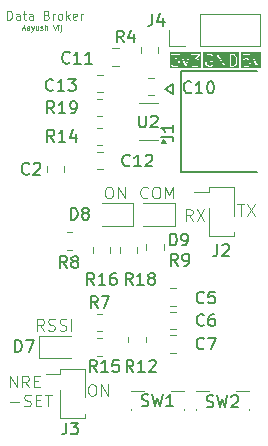
<source format=gbr>
%TF.GenerationSoftware,KiCad,Pcbnew,8.0.1-rc1*%
%TF.CreationDate,2025-05-18T23:27:59-05:00*%
%TF.ProjectId,rfReciever,72665265-6369-4657-9665-722e6b696361,rev?*%
%TF.SameCoordinates,Original*%
%TF.FileFunction,Legend,Top*%
%TF.FilePolarity,Positive*%
%FSLAX46Y46*%
G04 Gerber Fmt 4.6, Leading zero omitted, Abs format (unit mm)*
G04 Created by KiCad (PCBNEW 8.0.1-rc1) date 2025-05-18 23:27:59*
%MOMM*%
%LPD*%
G01*
G04 APERTURE LIST*
%ADD10C,0.100000*%
%ADD11C,0.112500*%
%ADD12C,0.125000*%
%ADD13C,0.150000*%
%ADD14C,0.120000*%
G04 APERTURE END LIST*
D10*
X140679360Y-83687419D02*
X140869836Y-83687419D01*
X140869836Y-83687419D02*
X140965074Y-83735038D01*
X140965074Y-83735038D02*
X141060312Y-83830276D01*
X141060312Y-83830276D02*
X141107931Y-84020752D01*
X141107931Y-84020752D02*
X141107931Y-84354085D01*
X141107931Y-84354085D02*
X141060312Y-84544561D01*
X141060312Y-84544561D02*
X140965074Y-84639800D01*
X140965074Y-84639800D02*
X140869836Y-84687419D01*
X140869836Y-84687419D02*
X140679360Y-84687419D01*
X140679360Y-84687419D02*
X140584122Y-84639800D01*
X140584122Y-84639800D02*
X140488884Y-84544561D01*
X140488884Y-84544561D02*
X140441265Y-84354085D01*
X140441265Y-84354085D02*
X140441265Y-84020752D01*
X140441265Y-84020752D02*
X140488884Y-83830276D01*
X140488884Y-83830276D02*
X140584122Y-83735038D01*
X140584122Y-83735038D02*
X140679360Y-83687419D01*
X141536503Y-84687419D02*
X141536503Y-83687419D01*
X141536503Y-83687419D02*
X142107931Y-84687419D01*
X142107931Y-84687419D02*
X142107931Y-83687419D01*
X142094360Y-66972419D02*
X142284836Y-66972419D01*
X142284836Y-66972419D02*
X142380074Y-67020038D01*
X142380074Y-67020038D02*
X142475312Y-67115276D01*
X142475312Y-67115276D02*
X142522931Y-67305752D01*
X142522931Y-67305752D02*
X142522931Y-67639085D01*
X142522931Y-67639085D02*
X142475312Y-67829561D01*
X142475312Y-67829561D02*
X142380074Y-67924800D01*
X142380074Y-67924800D02*
X142284836Y-67972419D01*
X142284836Y-67972419D02*
X142094360Y-67972419D01*
X142094360Y-67972419D02*
X141999122Y-67924800D01*
X141999122Y-67924800D02*
X141903884Y-67829561D01*
X141903884Y-67829561D02*
X141856265Y-67639085D01*
X141856265Y-67639085D02*
X141856265Y-67305752D01*
X141856265Y-67305752D02*
X141903884Y-67115276D01*
X141903884Y-67115276D02*
X141999122Y-67020038D01*
X141999122Y-67020038D02*
X142094360Y-66972419D01*
X142951503Y-67972419D02*
X142951503Y-66972419D01*
X142951503Y-66972419D02*
X143522931Y-67972419D01*
X143522931Y-67972419D02*
X143522931Y-66972419D01*
X149275312Y-69872419D02*
X148941979Y-69396228D01*
X148703884Y-69872419D02*
X148703884Y-68872419D01*
X148703884Y-68872419D02*
X149084836Y-68872419D01*
X149084836Y-68872419D02*
X149180074Y-68920038D01*
X149180074Y-68920038D02*
X149227693Y-68967657D01*
X149227693Y-68967657D02*
X149275312Y-69062895D01*
X149275312Y-69062895D02*
X149275312Y-69205752D01*
X149275312Y-69205752D02*
X149227693Y-69300990D01*
X149227693Y-69300990D02*
X149180074Y-69348609D01*
X149180074Y-69348609D02*
X149084836Y-69396228D01*
X149084836Y-69396228D02*
X148703884Y-69396228D01*
X149608646Y-68872419D02*
X150275312Y-69872419D01*
X150275312Y-68872419D02*
X149608646Y-69872419D01*
G36*
X152673787Y-55819853D02*
G01*
X152801010Y-55859114D01*
X152882779Y-55936935D01*
X152882972Y-55937637D01*
X152926612Y-56018683D01*
X152926805Y-56022641D01*
X152973706Y-56197091D01*
X152972931Y-56200990D01*
X152975927Y-56328536D01*
X152974424Y-56331720D01*
X152933640Y-56508032D01*
X152930590Y-56511963D01*
X152892626Y-56594013D01*
X152892338Y-56594206D01*
X152811408Y-56679242D01*
X152690467Y-56722591D01*
X152689598Y-56722419D01*
X152501326Y-56725204D01*
X152497952Y-55821731D01*
X152672550Y-55819148D01*
X152673787Y-55819853D01*
G37*
G36*
X153184042Y-56933530D02*
G01*
X150195154Y-56933530D01*
X150195154Y-56200990D01*
X150306265Y-56200990D01*
X150309349Y-56332256D01*
X150306810Y-56336488D01*
X150307758Y-56355974D01*
X150355477Y-56533466D01*
X150354010Y-56537868D01*
X150359163Y-56556684D01*
X150405309Y-56642384D01*
X150405309Y-56648695D01*
X150416147Y-56664916D01*
X150509643Y-56753898D01*
X150513981Y-56762573D01*
X150525893Y-56769363D01*
X150527607Y-56770994D01*
X150528755Y-56770994D01*
X150530930Y-56772234D01*
X150665664Y-56813813D01*
X150670464Y-56818613D01*
X150689598Y-56822419D01*
X150775806Y-56819550D01*
X150781292Y-56822293D01*
X150800647Y-56819853D01*
X150936958Y-56770994D01*
X150946828Y-56770994D01*
X150958248Y-56763362D01*
X150960452Y-56762573D01*
X150960964Y-56761547D01*
X150963049Y-56760155D01*
X151021506Y-56696314D01*
X151025312Y-56677180D01*
X151021506Y-56324713D01*
X150994446Y-56297653D01*
X150975312Y-56293847D01*
X150765702Y-56297653D01*
X150738642Y-56324713D01*
X150738642Y-56362981D01*
X150765702Y-56390041D01*
X150784836Y-56393847D01*
X150925824Y-56391287D01*
X150928662Y-56654158D01*
X150905229Y-56679750D01*
X150785705Y-56722591D01*
X150784836Y-56722419D01*
X150705536Y-56725057D01*
X150705409Y-56724985D01*
X150578187Y-56685724D01*
X150496415Y-56607900D01*
X150496224Y-56607200D01*
X150452583Y-56526152D01*
X150452391Y-56522196D01*
X150405489Y-56347745D01*
X150406265Y-56343847D01*
X150403268Y-56216300D01*
X150404772Y-56213117D01*
X150445555Y-56036804D01*
X150448605Y-56032875D01*
X150486569Y-55950823D01*
X150486858Y-55950631D01*
X150567787Y-55865595D01*
X150688727Y-55822245D01*
X150689598Y-55822419D01*
X150815128Y-55819469D01*
X150924148Y-55869912D01*
X150960453Y-55857810D01*
X150977567Y-55823582D01*
X150965465Y-55787278D01*
X150950053Y-55775316D01*
X150943792Y-55772419D01*
X151353884Y-55772419D01*
X151357690Y-56791553D01*
X151384750Y-56818613D01*
X151423018Y-56818613D01*
X151450078Y-56791553D01*
X151453884Y-56772419D01*
X151450828Y-55954163D01*
X151929092Y-56784847D01*
X151929118Y-56791553D01*
X151938159Y-56800594D01*
X151944698Y-56811951D01*
X151951322Y-56813757D01*
X151956178Y-56818613D01*
X151969126Y-56818613D01*
X151981618Y-56822020D01*
X151987580Y-56818613D01*
X151994446Y-56818613D01*
X152003599Y-56809459D01*
X152014844Y-56803034D01*
X152016651Y-56796407D01*
X152021506Y-56791553D01*
X152025312Y-56772419D01*
X152021577Y-55772419D01*
X152401503Y-55772419D01*
X152405309Y-56791553D01*
X152432369Y-56818613D01*
X152451503Y-56822419D01*
X152679557Y-56819044D01*
X152686054Y-56822293D01*
X152705409Y-56819853D01*
X152841720Y-56770994D01*
X152851590Y-56770994D01*
X152863010Y-56763362D01*
X152865214Y-56762573D01*
X152865726Y-56761547D01*
X152867811Y-56760155D01*
X152954148Y-56669435D01*
X152960453Y-56667334D01*
X152972414Y-56651922D01*
X153012118Y-56566109D01*
X153015486Y-56564089D01*
X153023819Y-56546450D01*
X153065395Y-56366710D01*
X153069125Y-56362981D01*
X153072931Y-56343847D01*
X153069846Y-56212580D01*
X153072386Y-56208349D01*
X153071438Y-56188863D01*
X153023718Y-56011370D01*
X153025186Y-56006969D01*
X153020033Y-55988153D01*
X152973887Y-55902452D01*
X152973887Y-55896142D01*
X152963048Y-55879921D01*
X152869550Y-55790938D01*
X152865214Y-55782265D01*
X152853303Y-55775475D01*
X152851589Y-55773844D01*
X152850441Y-55773844D01*
X152848266Y-55772604D01*
X152713531Y-55731024D01*
X152708732Y-55726225D01*
X152689598Y-55722419D01*
X152432369Y-55726225D01*
X152405309Y-55753285D01*
X152401503Y-55772419D01*
X152021577Y-55772419D01*
X152021506Y-55753285D01*
X151994446Y-55726225D01*
X151956178Y-55726225D01*
X151929118Y-55753285D01*
X151925312Y-55772419D01*
X151928367Y-56590674D01*
X151450103Y-55759989D01*
X151450078Y-55753285D01*
X151441038Y-55744245D01*
X151434499Y-55732887D01*
X151427872Y-55731079D01*
X151423018Y-55726225D01*
X151410071Y-55726225D01*
X151397578Y-55722818D01*
X151391616Y-55726225D01*
X151384750Y-55726225D01*
X151375596Y-55735378D01*
X151364352Y-55741804D01*
X151362544Y-55748430D01*
X151357690Y-55753285D01*
X151353884Y-55772419D01*
X150943792Y-55772419D01*
X150858164Y-55732800D01*
X150851589Y-55726225D01*
X150838195Y-55723560D01*
X150836000Y-55722545D01*
X150834911Y-55722907D01*
X150832455Y-55722419D01*
X150699153Y-55725550D01*
X150693142Y-55722545D01*
X150673786Y-55724985D01*
X150537475Y-55773844D01*
X150527607Y-55773844D01*
X150516189Y-55781473D01*
X150513981Y-55782265D01*
X150513467Y-55783292D01*
X150511386Y-55784683D01*
X150425047Y-55875402D01*
X150418743Y-55877504D01*
X150406781Y-55892916D01*
X150367076Y-55978727D01*
X150363710Y-55980748D01*
X150355377Y-55998387D01*
X150313800Y-56178126D01*
X150310071Y-56181856D01*
X150306265Y-56200990D01*
X150195154Y-56200990D01*
X150195154Y-55611308D01*
X153184042Y-55611308D01*
X153184042Y-56933530D01*
G37*
D11*
X134850000Y-53573757D02*
X135064286Y-53573757D01*
X134807143Y-53702328D02*
X134957143Y-53252328D01*
X134957143Y-53252328D02*
X135107143Y-53702328D01*
X135450000Y-53702328D02*
X135450000Y-53466614D01*
X135450000Y-53466614D02*
X135428571Y-53423757D01*
X135428571Y-53423757D02*
X135385714Y-53402328D01*
X135385714Y-53402328D02*
X135300000Y-53402328D01*
X135300000Y-53402328D02*
X135257142Y-53423757D01*
X135450000Y-53680900D02*
X135407142Y-53702328D01*
X135407142Y-53702328D02*
X135300000Y-53702328D01*
X135300000Y-53702328D02*
X135257142Y-53680900D01*
X135257142Y-53680900D02*
X135235714Y-53638042D01*
X135235714Y-53638042D02*
X135235714Y-53595185D01*
X135235714Y-53595185D02*
X135257142Y-53552328D01*
X135257142Y-53552328D02*
X135300000Y-53530900D01*
X135300000Y-53530900D02*
X135407142Y-53530900D01*
X135407142Y-53530900D02*
X135450000Y-53509471D01*
X135621428Y-53402328D02*
X135728571Y-53702328D01*
X135835714Y-53402328D02*
X135728571Y-53702328D01*
X135728571Y-53702328D02*
X135685714Y-53809471D01*
X135685714Y-53809471D02*
X135664285Y-53830900D01*
X135664285Y-53830900D02*
X135621428Y-53852328D01*
X136200000Y-53402328D02*
X136200000Y-53702328D01*
X136007142Y-53402328D02*
X136007142Y-53638042D01*
X136007142Y-53638042D02*
X136028571Y-53680900D01*
X136028571Y-53680900D02*
X136071428Y-53702328D01*
X136071428Y-53702328D02*
X136135714Y-53702328D01*
X136135714Y-53702328D02*
X136178571Y-53680900D01*
X136178571Y-53680900D02*
X136200000Y-53659471D01*
X136392857Y-53680900D02*
X136435714Y-53702328D01*
X136435714Y-53702328D02*
X136521428Y-53702328D01*
X136521428Y-53702328D02*
X136564285Y-53680900D01*
X136564285Y-53680900D02*
X136585714Y-53638042D01*
X136585714Y-53638042D02*
X136585714Y-53616614D01*
X136585714Y-53616614D02*
X136564285Y-53573757D01*
X136564285Y-53573757D02*
X136521428Y-53552328D01*
X136521428Y-53552328D02*
X136457143Y-53552328D01*
X136457143Y-53552328D02*
X136414285Y-53530900D01*
X136414285Y-53530900D02*
X136392857Y-53488042D01*
X136392857Y-53488042D02*
X136392857Y-53466614D01*
X136392857Y-53466614D02*
X136414285Y-53423757D01*
X136414285Y-53423757D02*
X136457143Y-53402328D01*
X136457143Y-53402328D02*
X136521428Y-53402328D01*
X136521428Y-53402328D02*
X136564285Y-53423757D01*
X136778571Y-53702328D02*
X136778571Y-53252328D01*
X136971429Y-53702328D02*
X136971429Y-53466614D01*
X136971429Y-53466614D02*
X136950000Y-53423757D01*
X136950000Y-53423757D02*
X136907143Y-53402328D01*
X136907143Y-53402328D02*
X136842857Y-53402328D01*
X136842857Y-53402328D02*
X136800000Y-53423757D01*
X136800000Y-53423757D02*
X136778571Y-53445185D01*
X137464286Y-53252328D02*
X137614286Y-53702328D01*
X137614286Y-53702328D02*
X137764286Y-53252328D01*
X137914285Y-53702328D02*
X137914285Y-53402328D01*
X137914285Y-53252328D02*
X137892857Y-53273757D01*
X137892857Y-53273757D02*
X137914285Y-53295185D01*
X137914285Y-53295185D02*
X137935714Y-53273757D01*
X137935714Y-53273757D02*
X137914285Y-53252328D01*
X137914285Y-53252328D02*
X137914285Y-53295185D01*
X138128571Y-53402328D02*
X138128571Y-53788042D01*
X138128571Y-53788042D02*
X138107143Y-53830900D01*
X138107143Y-53830900D02*
X138064286Y-53852328D01*
X138064286Y-53852328D02*
X138042857Y-53852328D01*
X138128571Y-53252328D02*
X138107143Y-53273757D01*
X138107143Y-53273757D02*
X138128571Y-53295185D01*
X138128571Y-53295185D02*
X138150000Y-53273757D01*
X138150000Y-53273757D02*
X138128571Y-53252328D01*
X138128571Y-53252328D02*
X138128571Y-53295185D01*
D10*
G36*
X150003090Y-56933530D02*
G01*
X147351341Y-56933530D01*
X147351341Y-56696314D01*
X147462452Y-56696314D01*
X147473290Y-56712535D01*
X147516749Y-56752330D01*
X147518492Y-56757560D01*
X147533904Y-56769521D01*
X147625793Y-56812037D01*
X147632369Y-56818613D01*
X147645762Y-56821277D01*
X147647958Y-56822293D01*
X147649046Y-56821930D01*
X147651503Y-56822419D01*
X147930682Y-56818933D01*
X147940762Y-56822293D01*
X147954096Y-56818641D01*
X147956351Y-56818613D01*
X147957162Y-56817801D01*
X147959578Y-56817140D01*
X148045278Y-56770994D01*
X148051590Y-56770994D01*
X148067811Y-56760155D01*
X148070148Y-56757602D01*
X148070227Y-56757560D01*
X148070249Y-56757491D01*
X148107604Y-56716695D01*
X148112834Y-56714953D01*
X148124795Y-56699541D01*
X148167311Y-56607651D01*
X148173887Y-56601076D01*
X148176551Y-56587682D01*
X148177567Y-56585487D01*
X148177204Y-56584398D01*
X148177693Y-56581942D01*
X148174264Y-56350209D01*
X148177567Y-56340302D01*
X148173920Y-56326987D01*
X148173887Y-56324713D01*
X148173075Y-56323901D01*
X148172414Y-56321486D01*
X148126268Y-56235785D01*
X148126268Y-56229474D01*
X148115429Y-56213253D01*
X148112877Y-56210916D01*
X148112834Y-56210836D01*
X148112763Y-56210812D01*
X148071969Y-56173458D01*
X148070227Y-56168230D01*
X148054815Y-56156268D01*
X147962926Y-56113752D01*
X147956351Y-56107177D01*
X147942957Y-56104512D01*
X147940762Y-56103497D01*
X147939673Y-56103859D01*
X147937217Y-56103371D01*
X147902796Y-56104179D01*
X147903581Y-56103269D01*
X148411089Y-56103269D01*
X148413940Y-56122569D01*
X148649965Y-56772676D01*
X148649184Y-56774902D01*
X148655990Y-56789271D01*
X148662055Y-56805975D01*
X148664437Y-56807103D01*
X148665566Y-56809486D01*
X148681421Y-56815148D01*
X148696639Y-56822357D01*
X148699122Y-56821470D01*
X148701605Y-56822357D01*
X148716822Y-56815148D01*
X148732678Y-56809486D01*
X148733806Y-56807103D01*
X148736189Y-56805975D01*
X148746209Y-56789236D01*
X148778848Y-56696314D01*
X149176738Y-56696314D01*
X149187576Y-56712535D01*
X149231035Y-56752330D01*
X149232778Y-56757560D01*
X149248190Y-56769521D01*
X149340079Y-56812037D01*
X149346655Y-56818613D01*
X149360048Y-56821277D01*
X149362244Y-56822293D01*
X149363332Y-56821930D01*
X149365789Y-56822419D01*
X149644968Y-56818933D01*
X149655048Y-56822293D01*
X149668382Y-56818641D01*
X149670637Y-56818613D01*
X149671448Y-56817801D01*
X149673864Y-56817140D01*
X149759564Y-56770994D01*
X149765876Y-56770994D01*
X149782097Y-56760155D01*
X149784434Y-56757602D01*
X149784513Y-56757560D01*
X149784535Y-56757491D01*
X149821890Y-56716695D01*
X149827120Y-56714953D01*
X149839081Y-56699541D01*
X149881597Y-56607651D01*
X149888173Y-56601076D01*
X149890837Y-56587682D01*
X149891853Y-56585487D01*
X149891490Y-56584398D01*
X149891979Y-56581942D01*
X149888550Y-56350209D01*
X149891853Y-56340302D01*
X149888206Y-56326987D01*
X149888173Y-56324713D01*
X149887361Y-56323901D01*
X149886700Y-56321486D01*
X149840554Y-56235785D01*
X149840554Y-56229474D01*
X149829715Y-56213253D01*
X149827163Y-56210916D01*
X149827120Y-56210836D01*
X149827049Y-56210812D01*
X149786255Y-56173458D01*
X149784513Y-56168230D01*
X149769101Y-56156268D01*
X149677212Y-56113752D01*
X149670637Y-56107177D01*
X149657243Y-56104512D01*
X149655048Y-56103497D01*
X149653959Y-56103859D01*
X149651503Y-56103371D01*
X149617082Y-56104179D01*
X149877164Y-55802561D01*
X149888173Y-55791553D01*
X149888173Y-55789794D01*
X149889343Y-55788438D01*
X149888173Y-55770883D01*
X149888173Y-55753285D01*
X149886916Y-55752028D01*
X149886798Y-55750254D01*
X149873553Y-55738665D01*
X149861113Y-55726225D01*
X149858812Y-55725767D01*
X149857998Y-55725055D01*
X149855925Y-55725193D01*
X149841979Y-55722419D01*
X149203798Y-55726225D01*
X149176738Y-55753285D01*
X149176738Y-55791553D01*
X149203798Y-55818613D01*
X149222932Y-55822419D01*
X149735480Y-55819362D01*
X149473460Y-56123228D01*
X149462452Y-56134237D01*
X149462452Y-56135995D01*
X149461282Y-56137352D01*
X149462452Y-56154906D01*
X149462452Y-56172505D01*
X149463708Y-56173761D01*
X149463827Y-56175536D01*
X149477071Y-56187124D01*
X149489512Y-56199565D01*
X149491812Y-56200022D01*
X149492627Y-56200735D01*
X149494699Y-56200596D01*
X149508646Y-56203371D01*
X149634176Y-56200421D01*
X149711193Y-56236056D01*
X149711386Y-56236345D01*
X149750067Y-56271766D01*
X149792066Y-56349764D01*
X149795235Y-56563950D01*
X149759293Y-56641631D01*
X149759004Y-56641825D01*
X149723583Y-56680507D01*
X149645610Y-56722492D01*
X149383960Y-56725759D01*
X149306100Y-56689733D01*
X149305907Y-56689445D01*
X149242067Y-56630986D01*
X149203798Y-56630986D01*
X149176738Y-56658045D01*
X149176738Y-56696314D01*
X148778848Y-56696314D01*
X148987155Y-56103270D01*
X148970773Y-56068685D01*
X148934734Y-56055814D01*
X148900150Y-56072196D01*
X148890130Y-56088935D01*
X148700340Y-56629261D01*
X148498094Y-56072196D01*
X148463510Y-56055814D01*
X148427471Y-56068685D01*
X148411089Y-56103269D01*
X147903581Y-56103269D01*
X148162878Y-55802561D01*
X148173887Y-55791553D01*
X148173887Y-55789794D01*
X148175057Y-55788438D01*
X148173887Y-55770883D01*
X148173887Y-55753285D01*
X148172630Y-55752028D01*
X148172512Y-55750254D01*
X148159267Y-55738665D01*
X148146827Y-55726225D01*
X148144526Y-55725767D01*
X148143712Y-55725055D01*
X148141639Y-55725193D01*
X148127693Y-55722419D01*
X147489512Y-55726225D01*
X147462452Y-55753285D01*
X147462452Y-55791553D01*
X147489512Y-55818613D01*
X147508646Y-55822419D01*
X148021194Y-55819362D01*
X147759174Y-56123228D01*
X147748166Y-56134237D01*
X147748166Y-56135995D01*
X147746996Y-56137352D01*
X147748166Y-56154906D01*
X147748166Y-56172505D01*
X147749422Y-56173761D01*
X147749541Y-56175536D01*
X147762785Y-56187124D01*
X147775226Y-56199565D01*
X147777526Y-56200022D01*
X147778341Y-56200735D01*
X147780413Y-56200596D01*
X147794360Y-56203371D01*
X147919890Y-56200421D01*
X147996907Y-56236056D01*
X147997100Y-56236345D01*
X148035781Y-56271766D01*
X148077780Y-56349764D01*
X148080949Y-56563950D01*
X148045007Y-56641631D01*
X148044718Y-56641825D01*
X148009297Y-56680507D01*
X147931324Y-56722492D01*
X147669674Y-56725759D01*
X147591814Y-56689733D01*
X147591621Y-56689445D01*
X147527781Y-56630986D01*
X147489512Y-56630986D01*
X147462452Y-56658045D01*
X147462452Y-56696314D01*
X147351341Y-56696314D01*
X147351341Y-55611308D01*
X150003090Y-55611308D01*
X150003090Y-56933530D01*
G37*
X145475312Y-67877180D02*
X145427693Y-67924800D01*
X145427693Y-67924800D02*
X145284836Y-67972419D01*
X145284836Y-67972419D02*
X145189598Y-67972419D01*
X145189598Y-67972419D02*
X145046741Y-67924800D01*
X145046741Y-67924800D02*
X144951503Y-67829561D01*
X144951503Y-67829561D02*
X144903884Y-67734323D01*
X144903884Y-67734323D02*
X144856265Y-67543847D01*
X144856265Y-67543847D02*
X144856265Y-67400990D01*
X144856265Y-67400990D02*
X144903884Y-67210514D01*
X144903884Y-67210514D02*
X144951503Y-67115276D01*
X144951503Y-67115276D02*
X145046741Y-67020038D01*
X145046741Y-67020038D02*
X145189598Y-66972419D01*
X145189598Y-66972419D02*
X145284836Y-66972419D01*
X145284836Y-66972419D02*
X145427693Y-67020038D01*
X145427693Y-67020038D02*
X145475312Y-67067657D01*
X146094360Y-66972419D02*
X146284836Y-66972419D01*
X146284836Y-66972419D02*
X146380074Y-67020038D01*
X146380074Y-67020038D02*
X146475312Y-67115276D01*
X146475312Y-67115276D02*
X146522931Y-67305752D01*
X146522931Y-67305752D02*
X146522931Y-67639085D01*
X146522931Y-67639085D02*
X146475312Y-67829561D01*
X146475312Y-67829561D02*
X146380074Y-67924800D01*
X146380074Y-67924800D02*
X146284836Y-67972419D01*
X146284836Y-67972419D02*
X146094360Y-67972419D01*
X146094360Y-67972419D02*
X145999122Y-67924800D01*
X145999122Y-67924800D02*
X145903884Y-67829561D01*
X145903884Y-67829561D02*
X145856265Y-67639085D01*
X145856265Y-67639085D02*
X145856265Y-67305752D01*
X145856265Y-67305752D02*
X145903884Y-67115276D01*
X145903884Y-67115276D02*
X145999122Y-67020038D01*
X145999122Y-67020038D02*
X146094360Y-66972419D01*
X146951503Y-67972419D02*
X146951503Y-66972419D01*
X146951503Y-66972419D02*
X147284836Y-67686704D01*
X147284836Y-67686704D02*
X147618169Y-66972419D01*
X147618169Y-66972419D02*
X147618169Y-67972419D01*
X133803884Y-83962475D02*
X133803884Y-82962475D01*
X133803884Y-82962475D02*
X134375312Y-83962475D01*
X134375312Y-83962475D02*
X134375312Y-82962475D01*
X135422931Y-83962475D02*
X135089598Y-83486284D01*
X134851503Y-83962475D02*
X134851503Y-82962475D01*
X134851503Y-82962475D02*
X135232455Y-82962475D01*
X135232455Y-82962475D02*
X135327693Y-83010094D01*
X135327693Y-83010094D02*
X135375312Y-83057713D01*
X135375312Y-83057713D02*
X135422931Y-83152951D01*
X135422931Y-83152951D02*
X135422931Y-83295808D01*
X135422931Y-83295808D02*
X135375312Y-83391046D01*
X135375312Y-83391046D02*
X135327693Y-83438665D01*
X135327693Y-83438665D02*
X135232455Y-83486284D01*
X135232455Y-83486284D02*
X134851503Y-83486284D01*
X135851503Y-83438665D02*
X136184836Y-83438665D01*
X136327693Y-83962475D02*
X135851503Y-83962475D01*
X135851503Y-83962475D02*
X135851503Y-82962475D01*
X135851503Y-82962475D02*
X136327693Y-82962475D01*
X133803884Y-85191466D02*
X134565789Y-85191466D01*
X134994360Y-85524800D02*
X135137217Y-85572419D01*
X135137217Y-85572419D02*
X135375312Y-85572419D01*
X135375312Y-85572419D02*
X135470550Y-85524800D01*
X135470550Y-85524800D02*
X135518169Y-85477180D01*
X135518169Y-85477180D02*
X135565788Y-85381942D01*
X135565788Y-85381942D02*
X135565788Y-85286704D01*
X135565788Y-85286704D02*
X135518169Y-85191466D01*
X135518169Y-85191466D02*
X135470550Y-85143847D01*
X135470550Y-85143847D02*
X135375312Y-85096228D01*
X135375312Y-85096228D02*
X135184836Y-85048609D01*
X135184836Y-85048609D02*
X135089598Y-85000990D01*
X135089598Y-85000990D02*
X135041979Y-84953371D01*
X135041979Y-84953371D02*
X134994360Y-84858133D01*
X134994360Y-84858133D02*
X134994360Y-84762895D01*
X134994360Y-84762895D02*
X135041979Y-84667657D01*
X135041979Y-84667657D02*
X135089598Y-84620038D01*
X135089598Y-84620038D02*
X135184836Y-84572419D01*
X135184836Y-84572419D02*
X135422931Y-84572419D01*
X135422931Y-84572419D02*
X135565788Y-84620038D01*
X135994360Y-85048609D02*
X136327693Y-85048609D01*
X136470550Y-85572419D02*
X135994360Y-85572419D01*
X135994360Y-85572419D02*
X135994360Y-84572419D01*
X135994360Y-84572419D02*
X136470550Y-84572419D01*
X136756265Y-84572419D02*
X137327693Y-84572419D01*
X137041979Y-85572419D02*
X137041979Y-84572419D01*
X136675312Y-79172419D02*
X136341979Y-78696228D01*
X136103884Y-79172419D02*
X136103884Y-78172419D01*
X136103884Y-78172419D02*
X136484836Y-78172419D01*
X136484836Y-78172419D02*
X136580074Y-78220038D01*
X136580074Y-78220038D02*
X136627693Y-78267657D01*
X136627693Y-78267657D02*
X136675312Y-78362895D01*
X136675312Y-78362895D02*
X136675312Y-78505752D01*
X136675312Y-78505752D02*
X136627693Y-78600990D01*
X136627693Y-78600990D02*
X136580074Y-78648609D01*
X136580074Y-78648609D02*
X136484836Y-78696228D01*
X136484836Y-78696228D02*
X136103884Y-78696228D01*
X137056265Y-79124800D02*
X137199122Y-79172419D01*
X137199122Y-79172419D02*
X137437217Y-79172419D01*
X137437217Y-79172419D02*
X137532455Y-79124800D01*
X137532455Y-79124800D02*
X137580074Y-79077180D01*
X137580074Y-79077180D02*
X137627693Y-78981942D01*
X137627693Y-78981942D02*
X137627693Y-78886704D01*
X137627693Y-78886704D02*
X137580074Y-78791466D01*
X137580074Y-78791466D02*
X137532455Y-78743847D01*
X137532455Y-78743847D02*
X137437217Y-78696228D01*
X137437217Y-78696228D02*
X137246741Y-78648609D01*
X137246741Y-78648609D02*
X137151503Y-78600990D01*
X137151503Y-78600990D02*
X137103884Y-78553371D01*
X137103884Y-78553371D02*
X137056265Y-78458133D01*
X137056265Y-78458133D02*
X137056265Y-78362895D01*
X137056265Y-78362895D02*
X137103884Y-78267657D01*
X137103884Y-78267657D02*
X137151503Y-78220038D01*
X137151503Y-78220038D02*
X137246741Y-78172419D01*
X137246741Y-78172419D02*
X137484836Y-78172419D01*
X137484836Y-78172419D02*
X137627693Y-78220038D01*
X138008646Y-79124800D02*
X138151503Y-79172419D01*
X138151503Y-79172419D02*
X138389598Y-79172419D01*
X138389598Y-79172419D02*
X138484836Y-79124800D01*
X138484836Y-79124800D02*
X138532455Y-79077180D01*
X138532455Y-79077180D02*
X138580074Y-78981942D01*
X138580074Y-78981942D02*
X138580074Y-78886704D01*
X138580074Y-78886704D02*
X138532455Y-78791466D01*
X138532455Y-78791466D02*
X138484836Y-78743847D01*
X138484836Y-78743847D02*
X138389598Y-78696228D01*
X138389598Y-78696228D02*
X138199122Y-78648609D01*
X138199122Y-78648609D02*
X138103884Y-78600990D01*
X138103884Y-78600990D02*
X138056265Y-78553371D01*
X138056265Y-78553371D02*
X138008646Y-78458133D01*
X138008646Y-78458133D02*
X138008646Y-78362895D01*
X138008646Y-78362895D02*
X138056265Y-78267657D01*
X138056265Y-78267657D02*
X138103884Y-78220038D01*
X138103884Y-78220038D02*
X138199122Y-78172419D01*
X138199122Y-78172419D02*
X138437217Y-78172419D01*
X138437217Y-78172419D02*
X138580074Y-78220038D01*
X139008646Y-79172419D02*
X139008646Y-78172419D01*
G36*
X155098266Y-56933530D02*
G01*
X153397285Y-56933530D01*
X153397285Y-56263052D01*
X153508396Y-56263052D01*
X153510071Y-56265099D01*
X153510071Y-56267743D01*
X153521968Y-56279640D01*
X153532629Y-56292670D01*
X153535261Y-56292933D01*
X153537131Y-56294803D01*
X153553958Y-56294803D01*
X153570708Y-56296478D01*
X153572755Y-56294803D01*
X153575399Y-56294803D01*
X153591620Y-56283964D01*
X153627041Y-56245282D01*
X153705039Y-56203283D01*
X153919226Y-56200114D01*
X153996907Y-56236056D01*
X153997100Y-56236345D01*
X154035781Y-56271766D01*
X154077780Y-56349764D01*
X154080949Y-56563950D01*
X154045007Y-56641631D01*
X154044718Y-56641825D01*
X154009297Y-56680507D01*
X153931298Y-56722506D01*
X153717113Y-56725675D01*
X153639433Y-56689733D01*
X153639240Y-56689445D01*
X153575400Y-56630986D01*
X153537131Y-56630986D01*
X153510071Y-56658045D01*
X153510071Y-56696314D01*
X153520909Y-56712535D01*
X153564368Y-56752330D01*
X153566111Y-56757560D01*
X153581523Y-56769521D01*
X153673412Y-56812037D01*
X153679988Y-56818613D01*
X153693381Y-56821277D01*
X153695577Y-56822293D01*
X153696665Y-56821930D01*
X153699122Y-56822419D01*
X153930853Y-56818990D01*
X153940762Y-56822293D01*
X153954076Y-56818646D01*
X153956351Y-56818613D01*
X153957162Y-56817801D01*
X153959578Y-56817140D01*
X154045278Y-56770994D01*
X154051590Y-56770994D01*
X154067811Y-56760155D01*
X154070148Y-56757602D01*
X154070227Y-56757560D01*
X154070249Y-56757491D01*
X154107604Y-56716695D01*
X154112834Y-56714953D01*
X154124795Y-56699541D01*
X154167311Y-56607651D01*
X154173887Y-56601076D01*
X154176551Y-56587682D01*
X154177567Y-56585487D01*
X154177204Y-56584398D01*
X154177693Y-56581942D01*
X154174264Y-56350209D01*
X154177567Y-56340302D01*
X154173920Y-56326987D01*
X154173887Y-56324713D01*
X154173075Y-56323901D01*
X154172414Y-56321486D01*
X154126268Y-56235785D01*
X154126268Y-56229474D01*
X154115429Y-56213253D01*
X154112877Y-56210916D01*
X154112834Y-56210836D01*
X154112763Y-56210812D01*
X154071969Y-56173458D01*
X154070227Y-56168230D01*
X154054815Y-56156268D01*
X153962926Y-56113752D01*
X153956351Y-56107177D01*
X153942957Y-56104512D01*
X153940762Y-56103497D01*
X153939673Y-56103859D01*
X153937217Y-56103371D01*
X153705484Y-56106799D01*
X153695577Y-56103497D01*
X153682262Y-56107143D01*
X153679988Y-56107177D01*
X153679176Y-56107988D01*
X153676761Y-56108650D01*
X153616392Y-56141155D01*
X153619888Y-56103269D01*
X154411089Y-56103269D01*
X154413940Y-56122569D01*
X154649965Y-56772676D01*
X154649184Y-56774902D01*
X154655990Y-56789271D01*
X154662055Y-56805975D01*
X154664437Y-56807103D01*
X154665566Y-56809486D01*
X154681421Y-56815148D01*
X154696639Y-56822357D01*
X154699122Y-56821470D01*
X154701605Y-56822357D01*
X154716822Y-56815148D01*
X154732678Y-56809486D01*
X154733806Y-56807103D01*
X154736189Y-56805975D01*
X154746209Y-56789236D01*
X154987155Y-56103270D01*
X154970773Y-56068685D01*
X154934734Y-56055814D01*
X154900150Y-56072196D01*
X154890130Y-56088935D01*
X154700340Y-56629261D01*
X154498094Y-56072196D01*
X154463510Y-56055814D01*
X154427471Y-56068685D01*
X154411089Y-56103269D01*
X153619888Y-56103269D01*
X153645835Y-55822096D01*
X154099208Y-55818613D01*
X154126268Y-55791553D01*
X154126268Y-55753285D01*
X154099208Y-55726225D01*
X154080074Y-55722419D01*
X153604660Y-55726072D01*
X153589441Y-55724550D01*
X153587418Y-55726204D01*
X153584750Y-55726225D01*
X153572849Y-55738125D01*
X153559823Y-55748784D01*
X153558783Y-55752191D01*
X153557690Y-55753285D01*
X153557690Y-55755777D01*
X153554132Y-55767444D01*
X153511654Y-56227746D01*
X153510071Y-56229475D01*
X153510071Y-56244901D01*
X153508396Y-56263052D01*
X153397285Y-56263052D01*
X153397285Y-55611308D01*
X155098266Y-55611308D01*
X155098266Y-56933530D01*
G37*
X153061027Y-68472419D02*
X153632455Y-68472419D01*
X153346741Y-69472419D02*
X153346741Y-68472419D01*
X153870551Y-68472419D02*
X154537217Y-69472419D01*
X154537217Y-68472419D02*
X153870551Y-69472419D01*
D12*
X133571429Y-52840464D02*
X133571429Y-52090464D01*
X133571429Y-52090464D02*
X133750000Y-52090464D01*
X133750000Y-52090464D02*
X133857143Y-52126178D01*
X133857143Y-52126178D02*
X133928572Y-52197607D01*
X133928572Y-52197607D02*
X133964286Y-52269035D01*
X133964286Y-52269035D02*
X134000000Y-52411892D01*
X134000000Y-52411892D02*
X134000000Y-52519035D01*
X134000000Y-52519035D02*
X133964286Y-52661892D01*
X133964286Y-52661892D02*
X133928572Y-52733321D01*
X133928572Y-52733321D02*
X133857143Y-52804750D01*
X133857143Y-52804750D02*
X133750000Y-52840464D01*
X133750000Y-52840464D02*
X133571429Y-52840464D01*
X134642858Y-52840464D02*
X134642858Y-52447607D01*
X134642858Y-52447607D02*
X134607143Y-52376178D01*
X134607143Y-52376178D02*
X134535715Y-52340464D01*
X134535715Y-52340464D02*
X134392858Y-52340464D01*
X134392858Y-52340464D02*
X134321429Y-52376178D01*
X134642858Y-52804750D02*
X134571429Y-52840464D01*
X134571429Y-52840464D02*
X134392858Y-52840464D01*
X134392858Y-52840464D02*
X134321429Y-52804750D01*
X134321429Y-52804750D02*
X134285715Y-52733321D01*
X134285715Y-52733321D02*
X134285715Y-52661892D01*
X134285715Y-52661892D02*
X134321429Y-52590464D01*
X134321429Y-52590464D02*
X134392858Y-52554750D01*
X134392858Y-52554750D02*
X134571429Y-52554750D01*
X134571429Y-52554750D02*
X134642858Y-52519035D01*
X134892857Y-52340464D02*
X135178571Y-52340464D01*
X135000000Y-52090464D02*
X135000000Y-52733321D01*
X135000000Y-52733321D02*
X135035714Y-52804750D01*
X135035714Y-52804750D02*
X135107143Y-52840464D01*
X135107143Y-52840464D02*
X135178571Y-52840464D01*
X135750000Y-52840464D02*
X135750000Y-52447607D01*
X135750000Y-52447607D02*
X135714285Y-52376178D01*
X135714285Y-52376178D02*
X135642857Y-52340464D01*
X135642857Y-52340464D02*
X135500000Y-52340464D01*
X135500000Y-52340464D02*
X135428571Y-52376178D01*
X135750000Y-52804750D02*
X135678571Y-52840464D01*
X135678571Y-52840464D02*
X135500000Y-52840464D01*
X135500000Y-52840464D02*
X135428571Y-52804750D01*
X135428571Y-52804750D02*
X135392857Y-52733321D01*
X135392857Y-52733321D02*
X135392857Y-52661892D01*
X135392857Y-52661892D02*
X135428571Y-52590464D01*
X135428571Y-52590464D02*
X135500000Y-52554750D01*
X135500000Y-52554750D02*
X135678571Y-52554750D01*
X135678571Y-52554750D02*
X135750000Y-52519035D01*
X136928571Y-52447607D02*
X137035714Y-52483321D01*
X137035714Y-52483321D02*
X137071428Y-52519035D01*
X137071428Y-52519035D02*
X137107142Y-52590464D01*
X137107142Y-52590464D02*
X137107142Y-52697607D01*
X137107142Y-52697607D02*
X137071428Y-52769035D01*
X137071428Y-52769035D02*
X137035714Y-52804750D01*
X137035714Y-52804750D02*
X136964285Y-52840464D01*
X136964285Y-52840464D02*
X136678571Y-52840464D01*
X136678571Y-52840464D02*
X136678571Y-52090464D01*
X136678571Y-52090464D02*
X136928571Y-52090464D01*
X136928571Y-52090464D02*
X137000000Y-52126178D01*
X137000000Y-52126178D02*
X137035714Y-52161892D01*
X137035714Y-52161892D02*
X137071428Y-52233321D01*
X137071428Y-52233321D02*
X137071428Y-52304750D01*
X137071428Y-52304750D02*
X137035714Y-52376178D01*
X137035714Y-52376178D02*
X137000000Y-52411892D01*
X137000000Y-52411892D02*
X136928571Y-52447607D01*
X136928571Y-52447607D02*
X136678571Y-52447607D01*
X137428571Y-52840464D02*
X137428571Y-52340464D01*
X137428571Y-52483321D02*
X137464285Y-52411892D01*
X137464285Y-52411892D02*
X137500000Y-52376178D01*
X137500000Y-52376178D02*
X137571428Y-52340464D01*
X137571428Y-52340464D02*
X137642857Y-52340464D01*
X138000000Y-52840464D02*
X137928571Y-52804750D01*
X137928571Y-52804750D02*
X137892857Y-52769035D01*
X137892857Y-52769035D02*
X137857143Y-52697607D01*
X137857143Y-52697607D02*
X137857143Y-52483321D01*
X137857143Y-52483321D02*
X137892857Y-52411892D01*
X137892857Y-52411892D02*
X137928571Y-52376178D01*
X137928571Y-52376178D02*
X138000000Y-52340464D01*
X138000000Y-52340464D02*
X138107143Y-52340464D01*
X138107143Y-52340464D02*
X138178571Y-52376178D01*
X138178571Y-52376178D02*
X138214286Y-52411892D01*
X138214286Y-52411892D02*
X138250000Y-52483321D01*
X138250000Y-52483321D02*
X138250000Y-52697607D01*
X138250000Y-52697607D02*
X138214286Y-52769035D01*
X138214286Y-52769035D02*
X138178571Y-52804750D01*
X138178571Y-52804750D02*
X138107143Y-52840464D01*
X138107143Y-52840464D02*
X138000000Y-52840464D01*
X138571428Y-52840464D02*
X138571428Y-52090464D01*
X138642857Y-52554750D02*
X138857142Y-52840464D01*
X138857142Y-52340464D02*
X138571428Y-52626178D01*
X139464285Y-52804750D02*
X139392857Y-52840464D01*
X139392857Y-52840464D02*
X139250000Y-52840464D01*
X139250000Y-52840464D02*
X139178571Y-52804750D01*
X139178571Y-52804750D02*
X139142857Y-52733321D01*
X139142857Y-52733321D02*
X139142857Y-52447607D01*
X139142857Y-52447607D02*
X139178571Y-52376178D01*
X139178571Y-52376178D02*
X139250000Y-52340464D01*
X139250000Y-52340464D02*
X139392857Y-52340464D01*
X139392857Y-52340464D02*
X139464285Y-52376178D01*
X139464285Y-52376178D02*
X139500000Y-52447607D01*
X139500000Y-52447607D02*
X139500000Y-52519035D01*
X139500000Y-52519035D02*
X139142857Y-52590464D01*
X139821428Y-52840464D02*
X139821428Y-52340464D01*
X139821428Y-52483321D02*
X139857142Y-52411892D01*
X139857142Y-52411892D02*
X139892857Y-52376178D01*
X139892857Y-52376178D02*
X139964285Y-52340464D01*
X139964285Y-52340464D02*
X140035714Y-52340464D01*
D13*
X134261905Y-80954819D02*
X134261905Y-79954819D01*
X134261905Y-79954819D02*
X134500000Y-79954819D01*
X134500000Y-79954819D02*
X134642857Y-80002438D01*
X134642857Y-80002438D02*
X134738095Y-80097676D01*
X134738095Y-80097676D02*
X134785714Y-80192914D01*
X134785714Y-80192914D02*
X134833333Y-80383390D01*
X134833333Y-80383390D02*
X134833333Y-80526247D01*
X134833333Y-80526247D02*
X134785714Y-80716723D01*
X134785714Y-80716723D02*
X134738095Y-80811961D01*
X134738095Y-80811961D02*
X134642857Y-80907200D01*
X134642857Y-80907200D02*
X134500000Y-80954819D01*
X134500000Y-80954819D02*
X134261905Y-80954819D01*
X135166667Y-79954819D02*
X135833333Y-79954819D01*
X135833333Y-79954819D02*
X135404762Y-80954819D01*
X141233333Y-77254819D02*
X140900000Y-76778628D01*
X140661905Y-77254819D02*
X140661905Y-76254819D01*
X140661905Y-76254819D02*
X141042857Y-76254819D01*
X141042857Y-76254819D02*
X141138095Y-76302438D01*
X141138095Y-76302438D02*
X141185714Y-76350057D01*
X141185714Y-76350057D02*
X141233333Y-76445295D01*
X141233333Y-76445295D02*
X141233333Y-76588152D01*
X141233333Y-76588152D02*
X141185714Y-76683390D01*
X141185714Y-76683390D02*
X141138095Y-76731009D01*
X141138095Y-76731009D02*
X141042857Y-76778628D01*
X141042857Y-76778628D02*
X140661905Y-76778628D01*
X141566667Y-76254819D02*
X142233333Y-76254819D01*
X142233333Y-76254819D02*
X141804762Y-77254819D01*
X150466667Y-85607200D02*
X150609524Y-85654819D01*
X150609524Y-85654819D02*
X150847619Y-85654819D01*
X150847619Y-85654819D02*
X150942857Y-85607200D01*
X150942857Y-85607200D02*
X150990476Y-85559580D01*
X150990476Y-85559580D02*
X151038095Y-85464342D01*
X151038095Y-85464342D02*
X151038095Y-85369104D01*
X151038095Y-85369104D02*
X150990476Y-85273866D01*
X150990476Y-85273866D02*
X150942857Y-85226247D01*
X150942857Y-85226247D02*
X150847619Y-85178628D01*
X150847619Y-85178628D02*
X150657143Y-85131009D01*
X150657143Y-85131009D02*
X150561905Y-85083390D01*
X150561905Y-85083390D02*
X150514286Y-85035771D01*
X150514286Y-85035771D02*
X150466667Y-84940533D01*
X150466667Y-84940533D02*
X150466667Y-84845295D01*
X150466667Y-84845295D02*
X150514286Y-84750057D01*
X150514286Y-84750057D02*
X150561905Y-84702438D01*
X150561905Y-84702438D02*
X150657143Y-84654819D01*
X150657143Y-84654819D02*
X150895238Y-84654819D01*
X150895238Y-84654819D02*
X151038095Y-84702438D01*
X151371429Y-84654819D02*
X151609524Y-85654819D01*
X151609524Y-85654819D02*
X151800000Y-84940533D01*
X151800000Y-84940533D02*
X151990476Y-85654819D01*
X151990476Y-85654819D02*
X152228572Y-84654819D01*
X152561905Y-84750057D02*
X152609524Y-84702438D01*
X152609524Y-84702438D02*
X152704762Y-84654819D01*
X152704762Y-84654819D02*
X152942857Y-84654819D01*
X152942857Y-84654819D02*
X153038095Y-84702438D01*
X153038095Y-84702438D02*
X153085714Y-84750057D01*
X153085714Y-84750057D02*
X153133333Y-84845295D01*
X153133333Y-84845295D02*
X153133333Y-84940533D01*
X153133333Y-84940533D02*
X153085714Y-85083390D01*
X153085714Y-85083390D02*
X152514286Y-85654819D01*
X152514286Y-85654819D02*
X153133333Y-85654819D01*
X145866666Y-52354819D02*
X145866666Y-53069104D01*
X145866666Y-53069104D02*
X145819047Y-53211961D01*
X145819047Y-53211961D02*
X145723809Y-53307200D01*
X145723809Y-53307200D02*
X145580952Y-53354819D01*
X145580952Y-53354819D02*
X145485714Y-53354819D01*
X146771428Y-52688152D02*
X146771428Y-53354819D01*
X146533333Y-52307200D02*
X146295238Y-53021485D01*
X146295238Y-53021485D02*
X146914285Y-53021485D01*
X141157142Y-82654819D02*
X140823809Y-82178628D01*
X140585714Y-82654819D02*
X140585714Y-81654819D01*
X140585714Y-81654819D02*
X140966666Y-81654819D01*
X140966666Y-81654819D02*
X141061904Y-81702438D01*
X141061904Y-81702438D02*
X141109523Y-81750057D01*
X141109523Y-81750057D02*
X141157142Y-81845295D01*
X141157142Y-81845295D02*
X141157142Y-81988152D01*
X141157142Y-81988152D02*
X141109523Y-82083390D01*
X141109523Y-82083390D02*
X141061904Y-82131009D01*
X141061904Y-82131009D02*
X140966666Y-82178628D01*
X140966666Y-82178628D02*
X140585714Y-82178628D01*
X142109523Y-82654819D02*
X141538095Y-82654819D01*
X141823809Y-82654819D02*
X141823809Y-81654819D01*
X141823809Y-81654819D02*
X141728571Y-81797676D01*
X141728571Y-81797676D02*
X141633333Y-81892914D01*
X141633333Y-81892914D02*
X141538095Y-81940533D01*
X143014285Y-81654819D02*
X142538095Y-81654819D01*
X142538095Y-81654819D02*
X142490476Y-82131009D01*
X142490476Y-82131009D02*
X142538095Y-82083390D01*
X142538095Y-82083390D02*
X142633333Y-82035771D01*
X142633333Y-82035771D02*
X142871428Y-82035771D01*
X142871428Y-82035771D02*
X142966666Y-82083390D01*
X142966666Y-82083390D02*
X143014285Y-82131009D01*
X143014285Y-82131009D02*
X143061904Y-82226247D01*
X143061904Y-82226247D02*
X143061904Y-82464342D01*
X143061904Y-82464342D02*
X143014285Y-82559580D01*
X143014285Y-82559580D02*
X142966666Y-82607200D01*
X142966666Y-82607200D02*
X142871428Y-82654819D01*
X142871428Y-82654819D02*
X142633333Y-82654819D01*
X142633333Y-82654819D02*
X142538095Y-82607200D01*
X142538095Y-82607200D02*
X142490476Y-82559580D01*
X144257142Y-82654819D02*
X143923809Y-82178628D01*
X143685714Y-82654819D02*
X143685714Y-81654819D01*
X143685714Y-81654819D02*
X144066666Y-81654819D01*
X144066666Y-81654819D02*
X144161904Y-81702438D01*
X144161904Y-81702438D02*
X144209523Y-81750057D01*
X144209523Y-81750057D02*
X144257142Y-81845295D01*
X144257142Y-81845295D02*
X144257142Y-81988152D01*
X144257142Y-81988152D02*
X144209523Y-82083390D01*
X144209523Y-82083390D02*
X144161904Y-82131009D01*
X144161904Y-82131009D02*
X144066666Y-82178628D01*
X144066666Y-82178628D02*
X143685714Y-82178628D01*
X145209523Y-82654819D02*
X144638095Y-82654819D01*
X144923809Y-82654819D02*
X144923809Y-81654819D01*
X144923809Y-81654819D02*
X144828571Y-81797676D01*
X144828571Y-81797676D02*
X144733333Y-81892914D01*
X144733333Y-81892914D02*
X144638095Y-81940533D01*
X145590476Y-81750057D02*
X145638095Y-81702438D01*
X145638095Y-81702438D02*
X145733333Y-81654819D01*
X145733333Y-81654819D02*
X145971428Y-81654819D01*
X145971428Y-81654819D02*
X146066666Y-81702438D01*
X146066666Y-81702438D02*
X146114285Y-81750057D01*
X146114285Y-81750057D02*
X146161904Y-81845295D01*
X146161904Y-81845295D02*
X146161904Y-81940533D01*
X146161904Y-81940533D02*
X146114285Y-82083390D01*
X146114285Y-82083390D02*
X145542857Y-82654819D01*
X145542857Y-82654819D02*
X146161904Y-82654819D01*
X149157142Y-58959580D02*
X149109523Y-59007200D01*
X149109523Y-59007200D02*
X148966666Y-59054819D01*
X148966666Y-59054819D02*
X148871428Y-59054819D01*
X148871428Y-59054819D02*
X148728571Y-59007200D01*
X148728571Y-59007200D02*
X148633333Y-58911961D01*
X148633333Y-58911961D02*
X148585714Y-58816723D01*
X148585714Y-58816723D02*
X148538095Y-58626247D01*
X148538095Y-58626247D02*
X148538095Y-58483390D01*
X148538095Y-58483390D02*
X148585714Y-58292914D01*
X148585714Y-58292914D02*
X148633333Y-58197676D01*
X148633333Y-58197676D02*
X148728571Y-58102438D01*
X148728571Y-58102438D02*
X148871428Y-58054819D01*
X148871428Y-58054819D02*
X148966666Y-58054819D01*
X148966666Y-58054819D02*
X149109523Y-58102438D01*
X149109523Y-58102438D02*
X149157142Y-58150057D01*
X150109523Y-59054819D02*
X149538095Y-59054819D01*
X149823809Y-59054819D02*
X149823809Y-58054819D01*
X149823809Y-58054819D02*
X149728571Y-58197676D01*
X149728571Y-58197676D02*
X149633333Y-58292914D01*
X149633333Y-58292914D02*
X149538095Y-58340533D01*
X150728571Y-58054819D02*
X150823809Y-58054819D01*
X150823809Y-58054819D02*
X150919047Y-58102438D01*
X150919047Y-58102438D02*
X150966666Y-58150057D01*
X150966666Y-58150057D02*
X151014285Y-58245295D01*
X151014285Y-58245295D02*
X151061904Y-58435771D01*
X151061904Y-58435771D02*
X151061904Y-58673866D01*
X151061904Y-58673866D02*
X151014285Y-58864342D01*
X151014285Y-58864342D02*
X150966666Y-58959580D01*
X150966666Y-58959580D02*
X150919047Y-59007200D01*
X150919047Y-59007200D02*
X150823809Y-59054819D01*
X150823809Y-59054819D02*
X150728571Y-59054819D01*
X150728571Y-59054819D02*
X150633333Y-59007200D01*
X150633333Y-59007200D02*
X150585714Y-58959580D01*
X150585714Y-58959580D02*
X150538095Y-58864342D01*
X150538095Y-58864342D02*
X150490476Y-58673866D01*
X150490476Y-58673866D02*
X150490476Y-58435771D01*
X150490476Y-58435771D02*
X150538095Y-58245295D01*
X150538095Y-58245295D02*
X150585714Y-58150057D01*
X150585714Y-58150057D02*
X150633333Y-58102438D01*
X150633333Y-58102438D02*
X150728571Y-58054819D01*
X144188392Y-75292319D02*
X143855059Y-74816128D01*
X143616964Y-75292319D02*
X143616964Y-74292319D01*
X143616964Y-74292319D02*
X143997916Y-74292319D01*
X143997916Y-74292319D02*
X144093154Y-74339938D01*
X144093154Y-74339938D02*
X144140773Y-74387557D01*
X144140773Y-74387557D02*
X144188392Y-74482795D01*
X144188392Y-74482795D02*
X144188392Y-74625652D01*
X144188392Y-74625652D02*
X144140773Y-74720890D01*
X144140773Y-74720890D02*
X144093154Y-74768509D01*
X144093154Y-74768509D02*
X143997916Y-74816128D01*
X143997916Y-74816128D02*
X143616964Y-74816128D01*
X145140773Y-75292319D02*
X144569345Y-75292319D01*
X144855059Y-75292319D02*
X144855059Y-74292319D01*
X144855059Y-74292319D02*
X144759821Y-74435176D01*
X144759821Y-74435176D02*
X144664583Y-74530414D01*
X144664583Y-74530414D02*
X144569345Y-74578033D01*
X145712202Y-74720890D02*
X145616964Y-74673271D01*
X145616964Y-74673271D02*
X145569345Y-74625652D01*
X145569345Y-74625652D02*
X145521726Y-74530414D01*
X145521726Y-74530414D02*
X145521726Y-74482795D01*
X145521726Y-74482795D02*
X145569345Y-74387557D01*
X145569345Y-74387557D02*
X145616964Y-74339938D01*
X145616964Y-74339938D02*
X145712202Y-74292319D01*
X145712202Y-74292319D02*
X145902678Y-74292319D01*
X145902678Y-74292319D02*
X145997916Y-74339938D01*
X145997916Y-74339938D02*
X146045535Y-74387557D01*
X146045535Y-74387557D02*
X146093154Y-74482795D01*
X146093154Y-74482795D02*
X146093154Y-74530414D01*
X146093154Y-74530414D02*
X146045535Y-74625652D01*
X146045535Y-74625652D02*
X145997916Y-74673271D01*
X145997916Y-74673271D02*
X145902678Y-74720890D01*
X145902678Y-74720890D02*
X145712202Y-74720890D01*
X145712202Y-74720890D02*
X145616964Y-74768509D01*
X145616964Y-74768509D02*
X145569345Y-74816128D01*
X145569345Y-74816128D02*
X145521726Y-74911366D01*
X145521726Y-74911366D02*
X145521726Y-75101842D01*
X145521726Y-75101842D02*
X145569345Y-75197080D01*
X145569345Y-75197080D02*
X145616964Y-75244700D01*
X145616964Y-75244700D02*
X145712202Y-75292319D01*
X145712202Y-75292319D02*
X145902678Y-75292319D01*
X145902678Y-75292319D02*
X145997916Y-75244700D01*
X145997916Y-75244700D02*
X146045535Y-75197080D01*
X146045535Y-75197080D02*
X146093154Y-75101842D01*
X146093154Y-75101842D02*
X146093154Y-74911366D01*
X146093154Y-74911366D02*
X146045535Y-74816128D01*
X146045535Y-74816128D02*
X145997916Y-74768509D01*
X145997916Y-74768509D02*
X145902678Y-74720890D01*
X137457142Y-58759580D02*
X137409523Y-58807200D01*
X137409523Y-58807200D02*
X137266666Y-58854819D01*
X137266666Y-58854819D02*
X137171428Y-58854819D01*
X137171428Y-58854819D02*
X137028571Y-58807200D01*
X137028571Y-58807200D02*
X136933333Y-58711961D01*
X136933333Y-58711961D02*
X136885714Y-58616723D01*
X136885714Y-58616723D02*
X136838095Y-58426247D01*
X136838095Y-58426247D02*
X136838095Y-58283390D01*
X136838095Y-58283390D02*
X136885714Y-58092914D01*
X136885714Y-58092914D02*
X136933333Y-57997676D01*
X136933333Y-57997676D02*
X137028571Y-57902438D01*
X137028571Y-57902438D02*
X137171428Y-57854819D01*
X137171428Y-57854819D02*
X137266666Y-57854819D01*
X137266666Y-57854819D02*
X137409523Y-57902438D01*
X137409523Y-57902438D02*
X137457142Y-57950057D01*
X138409523Y-58854819D02*
X137838095Y-58854819D01*
X138123809Y-58854819D02*
X138123809Y-57854819D01*
X138123809Y-57854819D02*
X138028571Y-57997676D01*
X138028571Y-57997676D02*
X137933333Y-58092914D01*
X137933333Y-58092914D02*
X137838095Y-58140533D01*
X138742857Y-57854819D02*
X139361904Y-57854819D01*
X139361904Y-57854819D02*
X139028571Y-58235771D01*
X139028571Y-58235771D02*
X139171428Y-58235771D01*
X139171428Y-58235771D02*
X139266666Y-58283390D01*
X139266666Y-58283390D02*
X139314285Y-58331009D01*
X139314285Y-58331009D02*
X139361904Y-58426247D01*
X139361904Y-58426247D02*
X139361904Y-58664342D01*
X139361904Y-58664342D02*
X139314285Y-58759580D01*
X139314285Y-58759580D02*
X139266666Y-58807200D01*
X139266666Y-58807200D02*
X139171428Y-58854819D01*
X139171428Y-58854819D02*
X138885714Y-58854819D01*
X138885714Y-58854819D02*
X138790476Y-58807200D01*
X138790476Y-58807200D02*
X138742857Y-58759580D01*
X138857142Y-56459580D02*
X138809523Y-56507200D01*
X138809523Y-56507200D02*
X138666666Y-56554819D01*
X138666666Y-56554819D02*
X138571428Y-56554819D01*
X138571428Y-56554819D02*
X138428571Y-56507200D01*
X138428571Y-56507200D02*
X138333333Y-56411961D01*
X138333333Y-56411961D02*
X138285714Y-56316723D01*
X138285714Y-56316723D02*
X138238095Y-56126247D01*
X138238095Y-56126247D02*
X138238095Y-55983390D01*
X138238095Y-55983390D02*
X138285714Y-55792914D01*
X138285714Y-55792914D02*
X138333333Y-55697676D01*
X138333333Y-55697676D02*
X138428571Y-55602438D01*
X138428571Y-55602438D02*
X138571428Y-55554819D01*
X138571428Y-55554819D02*
X138666666Y-55554819D01*
X138666666Y-55554819D02*
X138809523Y-55602438D01*
X138809523Y-55602438D02*
X138857142Y-55650057D01*
X139809523Y-56554819D02*
X139238095Y-56554819D01*
X139523809Y-56554819D02*
X139523809Y-55554819D01*
X139523809Y-55554819D02*
X139428571Y-55697676D01*
X139428571Y-55697676D02*
X139333333Y-55792914D01*
X139333333Y-55792914D02*
X139238095Y-55840533D01*
X140761904Y-56554819D02*
X140190476Y-56554819D01*
X140476190Y-56554819D02*
X140476190Y-55554819D01*
X140476190Y-55554819D02*
X140380952Y-55697676D01*
X140380952Y-55697676D02*
X140285714Y-55792914D01*
X140285714Y-55792914D02*
X140190476Y-55840533D01*
X138961905Y-69754819D02*
X138961905Y-68754819D01*
X138961905Y-68754819D02*
X139200000Y-68754819D01*
X139200000Y-68754819D02*
X139342857Y-68802438D01*
X139342857Y-68802438D02*
X139438095Y-68897676D01*
X139438095Y-68897676D02*
X139485714Y-68992914D01*
X139485714Y-68992914D02*
X139533333Y-69183390D01*
X139533333Y-69183390D02*
X139533333Y-69326247D01*
X139533333Y-69326247D02*
X139485714Y-69516723D01*
X139485714Y-69516723D02*
X139438095Y-69611961D01*
X139438095Y-69611961D02*
X139342857Y-69707200D01*
X139342857Y-69707200D02*
X139200000Y-69754819D01*
X139200000Y-69754819D02*
X138961905Y-69754819D01*
X140104762Y-69183390D02*
X140009524Y-69135771D01*
X140009524Y-69135771D02*
X139961905Y-69088152D01*
X139961905Y-69088152D02*
X139914286Y-68992914D01*
X139914286Y-68992914D02*
X139914286Y-68945295D01*
X139914286Y-68945295D02*
X139961905Y-68850057D01*
X139961905Y-68850057D02*
X140009524Y-68802438D01*
X140009524Y-68802438D02*
X140104762Y-68754819D01*
X140104762Y-68754819D02*
X140295238Y-68754819D01*
X140295238Y-68754819D02*
X140390476Y-68802438D01*
X140390476Y-68802438D02*
X140438095Y-68850057D01*
X140438095Y-68850057D02*
X140485714Y-68945295D01*
X140485714Y-68945295D02*
X140485714Y-68992914D01*
X140485714Y-68992914D02*
X140438095Y-69088152D01*
X140438095Y-69088152D02*
X140390476Y-69135771D01*
X140390476Y-69135771D02*
X140295238Y-69183390D01*
X140295238Y-69183390D02*
X140104762Y-69183390D01*
X140104762Y-69183390D02*
X140009524Y-69231009D01*
X140009524Y-69231009D02*
X139961905Y-69278628D01*
X139961905Y-69278628D02*
X139914286Y-69373866D01*
X139914286Y-69373866D02*
X139914286Y-69564342D01*
X139914286Y-69564342D02*
X139961905Y-69659580D01*
X139961905Y-69659580D02*
X140009524Y-69707200D01*
X140009524Y-69707200D02*
X140104762Y-69754819D01*
X140104762Y-69754819D02*
X140295238Y-69754819D01*
X140295238Y-69754819D02*
X140390476Y-69707200D01*
X140390476Y-69707200D02*
X140438095Y-69659580D01*
X140438095Y-69659580D02*
X140485714Y-69564342D01*
X140485714Y-69564342D02*
X140485714Y-69373866D01*
X140485714Y-69373866D02*
X140438095Y-69278628D01*
X140438095Y-69278628D02*
X140390476Y-69231009D01*
X140390476Y-69231009D02*
X140295238Y-69183390D01*
X150233333Y-76759580D02*
X150185714Y-76807200D01*
X150185714Y-76807200D02*
X150042857Y-76854819D01*
X150042857Y-76854819D02*
X149947619Y-76854819D01*
X149947619Y-76854819D02*
X149804762Y-76807200D01*
X149804762Y-76807200D02*
X149709524Y-76711961D01*
X149709524Y-76711961D02*
X149661905Y-76616723D01*
X149661905Y-76616723D02*
X149614286Y-76426247D01*
X149614286Y-76426247D02*
X149614286Y-76283390D01*
X149614286Y-76283390D02*
X149661905Y-76092914D01*
X149661905Y-76092914D02*
X149709524Y-75997676D01*
X149709524Y-75997676D02*
X149804762Y-75902438D01*
X149804762Y-75902438D02*
X149947619Y-75854819D01*
X149947619Y-75854819D02*
X150042857Y-75854819D01*
X150042857Y-75854819D02*
X150185714Y-75902438D01*
X150185714Y-75902438D02*
X150233333Y-75950057D01*
X151138095Y-75854819D02*
X150661905Y-75854819D01*
X150661905Y-75854819D02*
X150614286Y-76331009D01*
X150614286Y-76331009D02*
X150661905Y-76283390D01*
X150661905Y-76283390D02*
X150757143Y-76235771D01*
X150757143Y-76235771D02*
X150995238Y-76235771D01*
X150995238Y-76235771D02*
X151090476Y-76283390D01*
X151090476Y-76283390D02*
X151138095Y-76331009D01*
X151138095Y-76331009D02*
X151185714Y-76426247D01*
X151185714Y-76426247D02*
X151185714Y-76664342D01*
X151185714Y-76664342D02*
X151138095Y-76759580D01*
X151138095Y-76759580D02*
X151090476Y-76807200D01*
X151090476Y-76807200D02*
X150995238Y-76854819D01*
X150995238Y-76854819D02*
X150757143Y-76854819D01*
X150757143Y-76854819D02*
X150661905Y-76807200D01*
X150661905Y-76807200D02*
X150614286Y-76759580D01*
X137557142Y-63154819D02*
X137223809Y-62678628D01*
X136985714Y-63154819D02*
X136985714Y-62154819D01*
X136985714Y-62154819D02*
X137366666Y-62154819D01*
X137366666Y-62154819D02*
X137461904Y-62202438D01*
X137461904Y-62202438D02*
X137509523Y-62250057D01*
X137509523Y-62250057D02*
X137557142Y-62345295D01*
X137557142Y-62345295D02*
X137557142Y-62488152D01*
X137557142Y-62488152D02*
X137509523Y-62583390D01*
X137509523Y-62583390D02*
X137461904Y-62631009D01*
X137461904Y-62631009D02*
X137366666Y-62678628D01*
X137366666Y-62678628D02*
X136985714Y-62678628D01*
X138509523Y-63154819D02*
X137938095Y-63154819D01*
X138223809Y-63154819D02*
X138223809Y-62154819D01*
X138223809Y-62154819D02*
X138128571Y-62297676D01*
X138128571Y-62297676D02*
X138033333Y-62392914D01*
X138033333Y-62392914D02*
X137938095Y-62440533D01*
X139366666Y-62488152D02*
X139366666Y-63154819D01*
X139128571Y-62107200D02*
X138890476Y-62821485D01*
X138890476Y-62821485D02*
X139509523Y-62821485D01*
X151366666Y-71854819D02*
X151366666Y-72569104D01*
X151366666Y-72569104D02*
X151319047Y-72711961D01*
X151319047Y-72711961D02*
X151223809Y-72807200D01*
X151223809Y-72807200D02*
X151080952Y-72854819D01*
X151080952Y-72854819D02*
X150985714Y-72854819D01*
X151795238Y-71950057D02*
X151842857Y-71902438D01*
X151842857Y-71902438D02*
X151938095Y-71854819D01*
X151938095Y-71854819D02*
X152176190Y-71854819D01*
X152176190Y-71854819D02*
X152271428Y-71902438D01*
X152271428Y-71902438D02*
X152319047Y-71950057D01*
X152319047Y-71950057D02*
X152366666Y-72045295D01*
X152366666Y-72045295D02*
X152366666Y-72140533D01*
X152366666Y-72140533D02*
X152319047Y-72283390D01*
X152319047Y-72283390D02*
X151747619Y-72854819D01*
X151747619Y-72854819D02*
X152366666Y-72854819D01*
X140938392Y-75292319D02*
X140605059Y-74816128D01*
X140366964Y-75292319D02*
X140366964Y-74292319D01*
X140366964Y-74292319D02*
X140747916Y-74292319D01*
X140747916Y-74292319D02*
X140843154Y-74339938D01*
X140843154Y-74339938D02*
X140890773Y-74387557D01*
X140890773Y-74387557D02*
X140938392Y-74482795D01*
X140938392Y-74482795D02*
X140938392Y-74625652D01*
X140938392Y-74625652D02*
X140890773Y-74720890D01*
X140890773Y-74720890D02*
X140843154Y-74768509D01*
X140843154Y-74768509D02*
X140747916Y-74816128D01*
X140747916Y-74816128D02*
X140366964Y-74816128D01*
X141890773Y-75292319D02*
X141319345Y-75292319D01*
X141605059Y-75292319D02*
X141605059Y-74292319D01*
X141605059Y-74292319D02*
X141509821Y-74435176D01*
X141509821Y-74435176D02*
X141414583Y-74530414D01*
X141414583Y-74530414D02*
X141319345Y-74578033D01*
X142747916Y-74292319D02*
X142557440Y-74292319D01*
X142557440Y-74292319D02*
X142462202Y-74339938D01*
X142462202Y-74339938D02*
X142414583Y-74387557D01*
X142414583Y-74387557D02*
X142319345Y-74530414D01*
X142319345Y-74530414D02*
X142271726Y-74720890D01*
X142271726Y-74720890D02*
X142271726Y-75101842D01*
X142271726Y-75101842D02*
X142319345Y-75197080D01*
X142319345Y-75197080D02*
X142366964Y-75244700D01*
X142366964Y-75244700D02*
X142462202Y-75292319D01*
X142462202Y-75292319D02*
X142652678Y-75292319D01*
X142652678Y-75292319D02*
X142747916Y-75244700D01*
X142747916Y-75244700D02*
X142795535Y-75197080D01*
X142795535Y-75197080D02*
X142843154Y-75101842D01*
X142843154Y-75101842D02*
X142843154Y-74863747D01*
X142843154Y-74863747D02*
X142795535Y-74768509D01*
X142795535Y-74768509D02*
X142747916Y-74720890D01*
X142747916Y-74720890D02*
X142652678Y-74673271D01*
X142652678Y-74673271D02*
X142462202Y-74673271D01*
X142462202Y-74673271D02*
X142366964Y-74720890D01*
X142366964Y-74720890D02*
X142319345Y-74768509D01*
X142319345Y-74768509D02*
X142271726Y-74863747D01*
X143433333Y-54754819D02*
X143100000Y-54278628D01*
X142861905Y-54754819D02*
X142861905Y-53754819D01*
X142861905Y-53754819D02*
X143242857Y-53754819D01*
X143242857Y-53754819D02*
X143338095Y-53802438D01*
X143338095Y-53802438D02*
X143385714Y-53850057D01*
X143385714Y-53850057D02*
X143433333Y-53945295D01*
X143433333Y-53945295D02*
X143433333Y-54088152D01*
X143433333Y-54088152D02*
X143385714Y-54183390D01*
X143385714Y-54183390D02*
X143338095Y-54231009D01*
X143338095Y-54231009D02*
X143242857Y-54278628D01*
X143242857Y-54278628D02*
X142861905Y-54278628D01*
X144290476Y-54088152D02*
X144290476Y-54754819D01*
X144052381Y-53707200D02*
X143814286Y-54421485D01*
X143814286Y-54421485D02*
X144433333Y-54421485D01*
X138566666Y-86954819D02*
X138566666Y-87669104D01*
X138566666Y-87669104D02*
X138519047Y-87811961D01*
X138519047Y-87811961D02*
X138423809Y-87907200D01*
X138423809Y-87907200D02*
X138280952Y-87954819D01*
X138280952Y-87954819D02*
X138185714Y-87954819D01*
X138947619Y-86954819D02*
X139566666Y-86954819D01*
X139566666Y-86954819D02*
X139233333Y-87335771D01*
X139233333Y-87335771D02*
X139376190Y-87335771D01*
X139376190Y-87335771D02*
X139471428Y-87383390D01*
X139471428Y-87383390D02*
X139519047Y-87431009D01*
X139519047Y-87431009D02*
X139566666Y-87526247D01*
X139566666Y-87526247D02*
X139566666Y-87764342D01*
X139566666Y-87764342D02*
X139519047Y-87859580D01*
X139519047Y-87859580D02*
X139471428Y-87907200D01*
X139471428Y-87907200D02*
X139376190Y-87954819D01*
X139376190Y-87954819D02*
X139090476Y-87954819D01*
X139090476Y-87954819D02*
X138995238Y-87907200D01*
X138995238Y-87907200D02*
X138947619Y-87859580D01*
X147361905Y-71954819D02*
X147361905Y-70954819D01*
X147361905Y-70954819D02*
X147600000Y-70954819D01*
X147600000Y-70954819D02*
X147742857Y-71002438D01*
X147742857Y-71002438D02*
X147838095Y-71097676D01*
X147838095Y-71097676D02*
X147885714Y-71192914D01*
X147885714Y-71192914D02*
X147933333Y-71383390D01*
X147933333Y-71383390D02*
X147933333Y-71526247D01*
X147933333Y-71526247D02*
X147885714Y-71716723D01*
X147885714Y-71716723D02*
X147838095Y-71811961D01*
X147838095Y-71811961D02*
X147742857Y-71907200D01*
X147742857Y-71907200D02*
X147600000Y-71954819D01*
X147600000Y-71954819D02*
X147361905Y-71954819D01*
X148409524Y-71954819D02*
X148600000Y-71954819D01*
X148600000Y-71954819D02*
X148695238Y-71907200D01*
X148695238Y-71907200D02*
X148742857Y-71859580D01*
X148742857Y-71859580D02*
X148838095Y-71716723D01*
X148838095Y-71716723D02*
X148885714Y-71526247D01*
X148885714Y-71526247D02*
X148885714Y-71145295D01*
X148885714Y-71145295D02*
X148838095Y-71050057D01*
X148838095Y-71050057D02*
X148790476Y-71002438D01*
X148790476Y-71002438D02*
X148695238Y-70954819D01*
X148695238Y-70954819D02*
X148504762Y-70954819D01*
X148504762Y-70954819D02*
X148409524Y-71002438D01*
X148409524Y-71002438D02*
X148361905Y-71050057D01*
X148361905Y-71050057D02*
X148314286Y-71145295D01*
X148314286Y-71145295D02*
X148314286Y-71383390D01*
X148314286Y-71383390D02*
X148361905Y-71478628D01*
X148361905Y-71478628D02*
X148409524Y-71526247D01*
X148409524Y-71526247D02*
X148504762Y-71573866D01*
X148504762Y-71573866D02*
X148695238Y-71573866D01*
X148695238Y-71573866D02*
X148790476Y-71526247D01*
X148790476Y-71526247D02*
X148838095Y-71478628D01*
X148838095Y-71478628D02*
X148885714Y-71383390D01*
X143957142Y-65159580D02*
X143909523Y-65207200D01*
X143909523Y-65207200D02*
X143766666Y-65254819D01*
X143766666Y-65254819D02*
X143671428Y-65254819D01*
X143671428Y-65254819D02*
X143528571Y-65207200D01*
X143528571Y-65207200D02*
X143433333Y-65111961D01*
X143433333Y-65111961D02*
X143385714Y-65016723D01*
X143385714Y-65016723D02*
X143338095Y-64826247D01*
X143338095Y-64826247D02*
X143338095Y-64683390D01*
X143338095Y-64683390D02*
X143385714Y-64492914D01*
X143385714Y-64492914D02*
X143433333Y-64397676D01*
X143433333Y-64397676D02*
X143528571Y-64302438D01*
X143528571Y-64302438D02*
X143671428Y-64254819D01*
X143671428Y-64254819D02*
X143766666Y-64254819D01*
X143766666Y-64254819D02*
X143909523Y-64302438D01*
X143909523Y-64302438D02*
X143957142Y-64350057D01*
X144909523Y-65254819D02*
X144338095Y-65254819D01*
X144623809Y-65254819D02*
X144623809Y-64254819D01*
X144623809Y-64254819D02*
X144528571Y-64397676D01*
X144528571Y-64397676D02*
X144433333Y-64492914D01*
X144433333Y-64492914D02*
X144338095Y-64540533D01*
X145290476Y-64350057D02*
X145338095Y-64302438D01*
X145338095Y-64302438D02*
X145433333Y-64254819D01*
X145433333Y-64254819D02*
X145671428Y-64254819D01*
X145671428Y-64254819D02*
X145766666Y-64302438D01*
X145766666Y-64302438D02*
X145814285Y-64350057D01*
X145814285Y-64350057D02*
X145861904Y-64445295D01*
X145861904Y-64445295D02*
X145861904Y-64540533D01*
X145861904Y-64540533D02*
X145814285Y-64683390D01*
X145814285Y-64683390D02*
X145242857Y-65254819D01*
X145242857Y-65254819D02*
X145861904Y-65254819D01*
X148033333Y-73654819D02*
X147700000Y-73178628D01*
X147461905Y-73654819D02*
X147461905Y-72654819D01*
X147461905Y-72654819D02*
X147842857Y-72654819D01*
X147842857Y-72654819D02*
X147938095Y-72702438D01*
X147938095Y-72702438D02*
X147985714Y-72750057D01*
X147985714Y-72750057D02*
X148033333Y-72845295D01*
X148033333Y-72845295D02*
X148033333Y-72988152D01*
X148033333Y-72988152D02*
X147985714Y-73083390D01*
X147985714Y-73083390D02*
X147938095Y-73131009D01*
X147938095Y-73131009D02*
X147842857Y-73178628D01*
X147842857Y-73178628D02*
X147461905Y-73178628D01*
X148509524Y-73654819D02*
X148700000Y-73654819D01*
X148700000Y-73654819D02*
X148795238Y-73607200D01*
X148795238Y-73607200D02*
X148842857Y-73559580D01*
X148842857Y-73559580D02*
X148938095Y-73416723D01*
X148938095Y-73416723D02*
X148985714Y-73226247D01*
X148985714Y-73226247D02*
X148985714Y-72845295D01*
X148985714Y-72845295D02*
X148938095Y-72750057D01*
X148938095Y-72750057D02*
X148890476Y-72702438D01*
X148890476Y-72702438D02*
X148795238Y-72654819D01*
X148795238Y-72654819D02*
X148604762Y-72654819D01*
X148604762Y-72654819D02*
X148509524Y-72702438D01*
X148509524Y-72702438D02*
X148461905Y-72750057D01*
X148461905Y-72750057D02*
X148414286Y-72845295D01*
X148414286Y-72845295D02*
X148414286Y-73083390D01*
X148414286Y-73083390D02*
X148461905Y-73178628D01*
X148461905Y-73178628D02*
X148509524Y-73226247D01*
X148509524Y-73226247D02*
X148604762Y-73273866D01*
X148604762Y-73273866D02*
X148795238Y-73273866D01*
X148795238Y-73273866D02*
X148890476Y-73226247D01*
X148890476Y-73226247D02*
X148938095Y-73178628D01*
X148938095Y-73178628D02*
X148985714Y-73083390D01*
X144738095Y-60954819D02*
X144738095Y-61764342D01*
X144738095Y-61764342D02*
X144785714Y-61859580D01*
X144785714Y-61859580D02*
X144833333Y-61907200D01*
X144833333Y-61907200D02*
X144928571Y-61954819D01*
X144928571Y-61954819D02*
X145119047Y-61954819D01*
X145119047Y-61954819D02*
X145214285Y-61907200D01*
X145214285Y-61907200D02*
X145261904Y-61859580D01*
X145261904Y-61859580D02*
X145309523Y-61764342D01*
X145309523Y-61764342D02*
X145309523Y-60954819D01*
X145738095Y-61050057D02*
X145785714Y-61002438D01*
X145785714Y-61002438D02*
X145880952Y-60954819D01*
X145880952Y-60954819D02*
X146119047Y-60954819D01*
X146119047Y-60954819D02*
X146214285Y-61002438D01*
X146214285Y-61002438D02*
X146261904Y-61050057D01*
X146261904Y-61050057D02*
X146309523Y-61145295D01*
X146309523Y-61145295D02*
X146309523Y-61240533D01*
X146309523Y-61240533D02*
X146261904Y-61383390D01*
X146261904Y-61383390D02*
X145690476Y-61954819D01*
X145690476Y-61954819D02*
X146309523Y-61954819D01*
X135433333Y-65854579D02*
X135385714Y-65902199D01*
X135385714Y-65902199D02*
X135242857Y-65949818D01*
X135242857Y-65949818D02*
X135147619Y-65949818D01*
X135147619Y-65949818D02*
X135004762Y-65902199D01*
X135004762Y-65902199D02*
X134909524Y-65806960D01*
X134909524Y-65806960D02*
X134861905Y-65711722D01*
X134861905Y-65711722D02*
X134814286Y-65521246D01*
X134814286Y-65521246D02*
X134814286Y-65378389D01*
X134814286Y-65378389D02*
X134861905Y-65187913D01*
X134861905Y-65187913D02*
X134909524Y-65092675D01*
X134909524Y-65092675D02*
X135004762Y-64997437D01*
X135004762Y-64997437D02*
X135147619Y-64949818D01*
X135147619Y-64949818D02*
X135242857Y-64949818D01*
X135242857Y-64949818D02*
X135385714Y-64997437D01*
X135385714Y-64997437D02*
X135433333Y-65045056D01*
X135814286Y-65045056D02*
X135861905Y-64997437D01*
X135861905Y-64997437D02*
X135957143Y-64949818D01*
X135957143Y-64949818D02*
X136195238Y-64949818D01*
X136195238Y-64949818D02*
X136290476Y-64997437D01*
X136290476Y-64997437D02*
X136338095Y-65045056D01*
X136338095Y-65045056D02*
X136385714Y-65140294D01*
X136385714Y-65140294D02*
X136385714Y-65235532D01*
X136385714Y-65235532D02*
X136338095Y-65378389D01*
X136338095Y-65378389D02*
X135766667Y-65949818D01*
X135766667Y-65949818D02*
X136385714Y-65949818D01*
X146638069Y-62735833D02*
X147352354Y-62735833D01*
X147352354Y-62735833D02*
X147495211Y-62783452D01*
X147495211Y-62783452D02*
X147590450Y-62878690D01*
X147590450Y-62878690D02*
X147638069Y-63021547D01*
X147638069Y-63021547D02*
X147638069Y-63116785D01*
X147638069Y-61735833D02*
X147638069Y-62307261D01*
X147638069Y-62021547D02*
X146638069Y-62021547D01*
X146638069Y-62021547D02*
X146780926Y-62116785D01*
X146780926Y-62116785D02*
X146876164Y-62212023D01*
X146876164Y-62212023D02*
X146923783Y-62307261D01*
X144966667Y-85507200D02*
X145109524Y-85554819D01*
X145109524Y-85554819D02*
X145347619Y-85554819D01*
X145347619Y-85554819D02*
X145442857Y-85507200D01*
X145442857Y-85507200D02*
X145490476Y-85459580D01*
X145490476Y-85459580D02*
X145538095Y-85364342D01*
X145538095Y-85364342D02*
X145538095Y-85269104D01*
X145538095Y-85269104D02*
X145490476Y-85173866D01*
X145490476Y-85173866D02*
X145442857Y-85126247D01*
X145442857Y-85126247D02*
X145347619Y-85078628D01*
X145347619Y-85078628D02*
X145157143Y-85031009D01*
X145157143Y-85031009D02*
X145061905Y-84983390D01*
X145061905Y-84983390D02*
X145014286Y-84935771D01*
X145014286Y-84935771D02*
X144966667Y-84840533D01*
X144966667Y-84840533D02*
X144966667Y-84745295D01*
X144966667Y-84745295D02*
X145014286Y-84650057D01*
X145014286Y-84650057D02*
X145061905Y-84602438D01*
X145061905Y-84602438D02*
X145157143Y-84554819D01*
X145157143Y-84554819D02*
X145395238Y-84554819D01*
X145395238Y-84554819D02*
X145538095Y-84602438D01*
X145871429Y-84554819D02*
X146109524Y-85554819D01*
X146109524Y-85554819D02*
X146300000Y-84840533D01*
X146300000Y-84840533D02*
X146490476Y-85554819D01*
X146490476Y-85554819D02*
X146728572Y-84554819D01*
X147633333Y-85554819D02*
X147061905Y-85554819D01*
X147347619Y-85554819D02*
X147347619Y-84554819D01*
X147347619Y-84554819D02*
X147252381Y-84697676D01*
X147252381Y-84697676D02*
X147157143Y-84792914D01*
X147157143Y-84792914D02*
X147061905Y-84840533D01*
X137557142Y-60754819D02*
X137223809Y-60278628D01*
X136985714Y-60754819D02*
X136985714Y-59754819D01*
X136985714Y-59754819D02*
X137366666Y-59754819D01*
X137366666Y-59754819D02*
X137461904Y-59802438D01*
X137461904Y-59802438D02*
X137509523Y-59850057D01*
X137509523Y-59850057D02*
X137557142Y-59945295D01*
X137557142Y-59945295D02*
X137557142Y-60088152D01*
X137557142Y-60088152D02*
X137509523Y-60183390D01*
X137509523Y-60183390D02*
X137461904Y-60231009D01*
X137461904Y-60231009D02*
X137366666Y-60278628D01*
X137366666Y-60278628D02*
X136985714Y-60278628D01*
X138509523Y-60754819D02*
X137938095Y-60754819D01*
X138223809Y-60754819D02*
X138223809Y-59754819D01*
X138223809Y-59754819D02*
X138128571Y-59897676D01*
X138128571Y-59897676D02*
X138033333Y-59992914D01*
X138033333Y-59992914D02*
X137938095Y-60040533D01*
X138985714Y-60754819D02*
X139176190Y-60754819D01*
X139176190Y-60754819D02*
X139271428Y-60707200D01*
X139271428Y-60707200D02*
X139319047Y-60659580D01*
X139319047Y-60659580D02*
X139414285Y-60516723D01*
X139414285Y-60516723D02*
X139461904Y-60326247D01*
X139461904Y-60326247D02*
X139461904Y-59945295D01*
X139461904Y-59945295D02*
X139414285Y-59850057D01*
X139414285Y-59850057D02*
X139366666Y-59802438D01*
X139366666Y-59802438D02*
X139271428Y-59754819D01*
X139271428Y-59754819D02*
X139080952Y-59754819D01*
X139080952Y-59754819D02*
X138985714Y-59802438D01*
X138985714Y-59802438D02*
X138938095Y-59850057D01*
X138938095Y-59850057D02*
X138890476Y-59945295D01*
X138890476Y-59945295D02*
X138890476Y-60183390D01*
X138890476Y-60183390D02*
X138938095Y-60278628D01*
X138938095Y-60278628D02*
X138985714Y-60326247D01*
X138985714Y-60326247D02*
X139080952Y-60373866D01*
X139080952Y-60373866D02*
X139271428Y-60373866D01*
X139271428Y-60373866D02*
X139366666Y-60326247D01*
X139366666Y-60326247D02*
X139414285Y-60278628D01*
X139414285Y-60278628D02*
X139461904Y-60183390D01*
X150233333Y-78659580D02*
X150185714Y-78707200D01*
X150185714Y-78707200D02*
X150042857Y-78754819D01*
X150042857Y-78754819D02*
X149947619Y-78754819D01*
X149947619Y-78754819D02*
X149804762Y-78707200D01*
X149804762Y-78707200D02*
X149709524Y-78611961D01*
X149709524Y-78611961D02*
X149661905Y-78516723D01*
X149661905Y-78516723D02*
X149614286Y-78326247D01*
X149614286Y-78326247D02*
X149614286Y-78183390D01*
X149614286Y-78183390D02*
X149661905Y-77992914D01*
X149661905Y-77992914D02*
X149709524Y-77897676D01*
X149709524Y-77897676D02*
X149804762Y-77802438D01*
X149804762Y-77802438D02*
X149947619Y-77754819D01*
X149947619Y-77754819D02*
X150042857Y-77754819D01*
X150042857Y-77754819D02*
X150185714Y-77802438D01*
X150185714Y-77802438D02*
X150233333Y-77850057D01*
X151090476Y-77754819D02*
X150900000Y-77754819D01*
X150900000Y-77754819D02*
X150804762Y-77802438D01*
X150804762Y-77802438D02*
X150757143Y-77850057D01*
X150757143Y-77850057D02*
X150661905Y-77992914D01*
X150661905Y-77992914D02*
X150614286Y-78183390D01*
X150614286Y-78183390D02*
X150614286Y-78564342D01*
X150614286Y-78564342D02*
X150661905Y-78659580D01*
X150661905Y-78659580D02*
X150709524Y-78707200D01*
X150709524Y-78707200D02*
X150804762Y-78754819D01*
X150804762Y-78754819D02*
X150995238Y-78754819D01*
X150995238Y-78754819D02*
X151090476Y-78707200D01*
X151090476Y-78707200D02*
X151138095Y-78659580D01*
X151138095Y-78659580D02*
X151185714Y-78564342D01*
X151185714Y-78564342D02*
X151185714Y-78326247D01*
X151185714Y-78326247D02*
X151138095Y-78231009D01*
X151138095Y-78231009D02*
X151090476Y-78183390D01*
X151090476Y-78183390D02*
X150995238Y-78135771D01*
X150995238Y-78135771D02*
X150804762Y-78135771D01*
X150804762Y-78135771D02*
X150709524Y-78183390D01*
X150709524Y-78183390D02*
X150661905Y-78231009D01*
X150661905Y-78231009D02*
X150614286Y-78326247D01*
X150233333Y-80659580D02*
X150185714Y-80707200D01*
X150185714Y-80707200D02*
X150042857Y-80754819D01*
X150042857Y-80754819D02*
X149947619Y-80754819D01*
X149947619Y-80754819D02*
X149804762Y-80707200D01*
X149804762Y-80707200D02*
X149709524Y-80611961D01*
X149709524Y-80611961D02*
X149661905Y-80516723D01*
X149661905Y-80516723D02*
X149614286Y-80326247D01*
X149614286Y-80326247D02*
X149614286Y-80183390D01*
X149614286Y-80183390D02*
X149661905Y-79992914D01*
X149661905Y-79992914D02*
X149709524Y-79897676D01*
X149709524Y-79897676D02*
X149804762Y-79802438D01*
X149804762Y-79802438D02*
X149947619Y-79754819D01*
X149947619Y-79754819D02*
X150042857Y-79754819D01*
X150042857Y-79754819D02*
X150185714Y-79802438D01*
X150185714Y-79802438D02*
X150233333Y-79850057D01*
X150566667Y-79754819D02*
X151233333Y-79754819D01*
X151233333Y-79754819D02*
X150804762Y-80754819D01*
X138633333Y-73854819D02*
X138300000Y-73378628D01*
X138061905Y-73854819D02*
X138061905Y-72854819D01*
X138061905Y-72854819D02*
X138442857Y-72854819D01*
X138442857Y-72854819D02*
X138538095Y-72902438D01*
X138538095Y-72902438D02*
X138585714Y-72950057D01*
X138585714Y-72950057D02*
X138633333Y-73045295D01*
X138633333Y-73045295D02*
X138633333Y-73188152D01*
X138633333Y-73188152D02*
X138585714Y-73283390D01*
X138585714Y-73283390D02*
X138538095Y-73331009D01*
X138538095Y-73331009D02*
X138442857Y-73378628D01*
X138442857Y-73378628D02*
X138061905Y-73378628D01*
X139204762Y-73283390D02*
X139109524Y-73235771D01*
X139109524Y-73235771D02*
X139061905Y-73188152D01*
X139061905Y-73188152D02*
X139014286Y-73092914D01*
X139014286Y-73092914D02*
X139014286Y-73045295D01*
X139014286Y-73045295D02*
X139061905Y-72950057D01*
X139061905Y-72950057D02*
X139109524Y-72902438D01*
X139109524Y-72902438D02*
X139204762Y-72854819D01*
X139204762Y-72854819D02*
X139395238Y-72854819D01*
X139395238Y-72854819D02*
X139490476Y-72902438D01*
X139490476Y-72902438D02*
X139538095Y-72950057D01*
X139538095Y-72950057D02*
X139585714Y-73045295D01*
X139585714Y-73045295D02*
X139585714Y-73092914D01*
X139585714Y-73092914D02*
X139538095Y-73188152D01*
X139538095Y-73188152D02*
X139490476Y-73235771D01*
X139490476Y-73235771D02*
X139395238Y-73283390D01*
X139395238Y-73283390D02*
X139204762Y-73283390D01*
X139204762Y-73283390D02*
X139109524Y-73331009D01*
X139109524Y-73331009D02*
X139061905Y-73378628D01*
X139061905Y-73378628D02*
X139014286Y-73473866D01*
X139014286Y-73473866D02*
X139014286Y-73664342D01*
X139014286Y-73664342D02*
X139061905Y-73759580D01*
X139061905Y-73759580D02*
X139109524Y-73807200D01*
X139109524Y-73807200D02*
X139204762Y-73854819D01*
X139204762Y-73854819D02*
X139395238Y-73854819D01*
X139395238Y-73854819D02*
X139490476Y-73807200D01*
X139490476Y-73807200D02*
X139538095Y-73759580D01*
X139538095Y-73759580D02*
X139585714Y-73664342D01*
X139585714Y-73664342D02*
X139585714Y-73473866D01*
X139585714Y-73473866D02*
X139538095Y-73378628D01*
X139538095Y-73378628D02*
X139490476Y-73331009D01*
X139490476Y-73331009D02*
X139395238Y-73283390D01*
D14*
%TO.C,D7*%
X136259100Y-79593200D02*
X136259100Y-81513200D01*
X136259100Y-81513200D02*
X138944100Y-81513200D01*
X138944100Y-79593200D02*
X136259100Y-79593200D01*
%TO.C,R7*%
X141627064Y-77765000D02*
X141172936Y-77765000D01*
X141627064Y-79235000D02*
X141172936Y-79235000D01*
%TO.C,SW2*%
X149596250Y-84277500D02*
X150696250Y-84277500D01*
X149596250Y-85797500D02*
X149596250Y-85877500D01*
X152916250Y-84277500D02*
X154016250Y-84277500D01*
X154016250Y-85797500D02*
X154016250Y-85877500D01*
%TO.C,J4*%
X147270000Y-55030000D02*
X147270000Y-53700000D01*
X148600000Y-55030000D02*
X147270000Y-55030000D01*
X149870000Y-52370000D02*
X155010000Y-52370000D01*
X149870000Y-55030000D02*
X149870000Y-52370000D01*
X149870000Y-55030000D02*
X155010000Y-55030000D01*
X155010000Y-55030000D02*
X155010000Y-52370000D01*
%TO.C,R15*%
X141608664Y-79818200D02*
X141154536Y-79818200D01*
X141608664Y-81288200D02*
X141154536Y-81288200D01*
%TO.C,R12*%
X143846250Y-79685436D02*
X143846250Y-80139564D01*
X145316250Y-79685436D02*
X145316250Y-80139564D01*
%TO.C,C10*%
X146011252Y-57765000D02*
X145488748Y-57765000D01*
X146011252Y-59235000D02*
X145488748Y-59235000D01*
%TO.C,R18*%
X143096250Y-72110436D02*
X143096250Y-72564564D01*
X144566250Y-72110436D02*
X144566250Y-72564564D01*
%TO.C,C13*%
X141671252Y-57515000D02*
X141148748Y-57515000D01*
X141671252Y-58985000D02*
X141148748Y-58985000D01*
%TO.C,C11*%
X142488748Y-55265000D02*
X143011252Y-55265000D01*
X142488748Y-56735000D02*
X143011252Y-56735000D01*
%TO.C,D8*%
X141581250Y-70297500D02*
X144266250Y-70297500D01*
X144266250Y-68377500D02*
X141581250Y-68377500D01*
X144266250Y-70297500D02*
X144266250Y-68377500D01*
%TO.C,C5*%
X147892852Y-75568200D02*
X147370348Y-75568200D01*
X147892852Y-77038200D02*
X147370348Y-77038200D01*
%TO.C,R14*%
X141182936Y-62015000D02*
X141637064Y-62015000D01*
X141182936Y-63485000D02*
X141637064Y-63485000D01*
%TO.C,J2*%
X150640000Y-67040000D02*
X150640000Y-67415000D01*
X150640000Y-67040000D02*
X152760000Y-67040000D01*
X150640000Y-67415000D02*
X149410000Y-67415000D01*
X150640000Y-68785000D02*
X150640000Y-71160000D01*
X150640000Y-71160000D02*
X152760000Y-71160000D01*
X152760000Y-67040000D02*
X152760000Y-69415000D01*
X152760000Y-70785000D02*
X152760000Y-71160000D01*
%TO.C,R16*%
X140846250Y-72110436D02*
X140846250Y-72564564D01*
X142316250Y-72110436D02*
X142316250Y-72564564D01*
%TO.C,R4*%
X144865000Y-55627064D02*
X144865000Y-55172936D01*
X146335000Y-55627064D02*
X146335000Y-55172936D01*
%TO.C,J3*%
X138065000Y-82440000D02*
X138065000Y-82815000D01*
X138065000Y-82440000D02*
X140185000Y-82440000D01*
X138065000Y-82815000D02*
X136835000Y-82815000D01*
X138065000Y-84185000D02*
X138065000Y-86560000D01*
X138065000Y-86560000D02*
X140185000Y-86560000D01*
X140185000Y-82440000D02*
X140185000Y-84815000D01*
X140185000Y-86185000D02*
X140185000Y-86560000D01*
%TO.C,D9*%
X145081250Y-70297500D02*
X147766250Y-70297500D01*
X147766250Y-68377500D02*
X145081250Y-68377500D01*
X147766250Y-70297500D02*
X147766250Y-68377500D01*
%TO.C,C12*%
X141671252Y-64015000D02*
X141148748Y-64015000D01*
X141671252Y-65485000D02*
X141148748Y-65485000D01*
%TO.C,R9*%
X145346250Y-72314564D02*
X145346250Y-71860436D01*
X146816250Y-72314564D02*
X146816250Y-71860436D01*
%TO.C,U2*%
X145505750Y-59890000D02*
X144705750Y-59890000D01*
X145505750Y-59890000D02*
X146305750Y-59890000D01*
X145505750Y-63010000D02*
X144705750Y-63010000D01*
X145505750Y-63010000D02*
X146305750Y-63010000D01*
X147045750Y-63290000D02*
X146565750Y-63290000D01*
X146805750Y-62960000D01*
X147045750Y-63290000D01*
G36*
X147045750Y-63290000D02*
G01*
X146565750Y-63290000D01*
X146805750Y-62960000D01*
X147045750Y-63290000D01*
G37*
%TO.C,C2*%
X136950000Y-65233748D02*
X136950000Y-65756252D01*
X138420000Y-65233748D02*
X138420000Y-65756252D01*
D13*
%TO.C,J1*%
X146952250Y-58700000D02*
X147652250Y-59100000D01*
X147652250Y-58300000D02*
X146952250Y-58700000D01*
X147652250Y-59100000D02*
X147652250Y-58300000D01*
X148255750Y-57150000D02*
X148255750Y-65750000D01*
X148255750Y-65750000D02*
X154705750Y-65750000D01*
X154705750Y-57150000D02*
X148255750Y-57150000D01*
D14*
%TO.C,SW1*%
X144096250Y-84277500D02*
X145196250Y-84277500D01*
X144096250Y-85797500D02*
X144096250Y-85877500D01*
X147416250Y-84277500D02*
X148516250Y-84277500D01*
X148516250Y-85797500D02*
X148516250Y-85877500D01*
%TO.C,R19*%
X141182936Y-59515000D02*
X141637064Y-59515000D01*
X141182936Y-60985000D02*
X141637064Y-60985000D01*
%TO.C,C6*%
X147892852Y-77568200D02*
X147370348Y-77568200D01*
X147892852Y-79038200D02*
X147370348Y-79038200D01*
%TO.C,C7*%
X147892852Y-79568200D02*
X147370348Y-79568200D01*
X147892852Y-81038200D02*
X147370348Y-81038200D01*
%TO.C,R8*%
X139058314Y-70852500D02*
X138604186Y-70852500D01*
X139058314Y-72322500D02*
X138604186Y-72322500D01*
%TD*%
M02*

</source>
